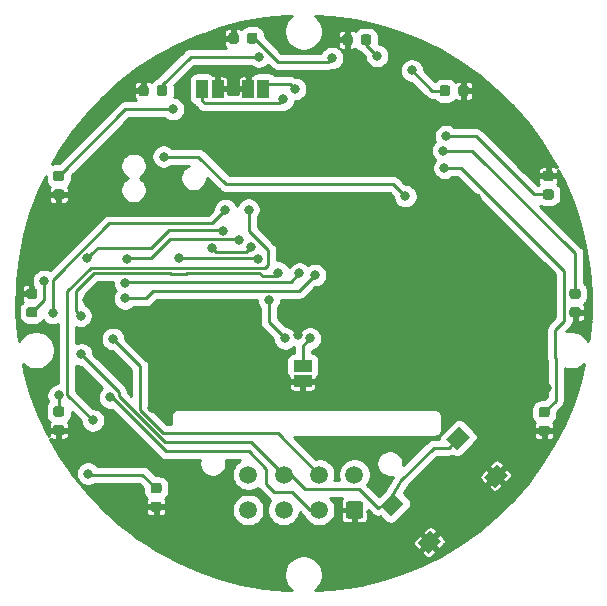
<source format=gbr>
%TF.GenerationSoftware,KiCad,Pcbnew,(5.1.10)-1*%
%TF.CreationDate,2022-01-29T15:25:58-05:00*%
%TF.ProjectId,CAN_Gauge,43414e5f-4761-4756-9765-2e6b69636164,rev?*%
%TF.SameCoordinates,Original*%
%TF.FileFunction,Copper,L2,Bot*%
%TF.FilePolarity,Positive*%
%FSLAX46Y46*%
G04 Gerber Fmt 4.6, Leading zero omitted, Abs format (unit mm)*
G04 Created by KiCad (PCBNEW (5.1.10)-1) date 2022-01-29 15:25:58*
%MOMM*%
%LPD*%
G01*
G04 APERTURE LIST*
%TA.AperFunction,SMDPad,CuDef*%
%ADD10R,1.000000X1.500000*%
%TD*%
%TA.AperFunction,SMDPad,CuDef*%
%ADD11C,0.100000*%
%TD*%
%TA.AperFunction,SMDPad,CuDef*%
%ADD12R,1.500000X1.000000*%
%TD*%
%TA.AperFunction,ComponentPad*%
%ADD13C,1.500000*%
%TD*%
%TA.AperFunction,ViaPad*%
%ADD14C,0.800000*%
%TD*%
%TA.AperFunction,ViaPad*%
%ADD15C,1.000000*%
%TD*%
%TA.AperFunction,Conductor*%
%ADD16C,0.250000*%
%TD*%
%TA.AperFunction,Conductor*%
%ADD17C,0.254000*%
%TD*%
%TA.AperFunction,Conductor*%
%ADD18C,0.100000*%
%TD*%
G04 APERTURE END LIST*
D10*
%TO.P,JP3,1*%
%TO.N,/STM/CONFIG_2*%
X124729200Y-76456400D03*
%TO.P,JP3,2*%
%TO.N,GND*%
X126029200Y-76456400D03*
%TD*%
%TO.P,JP2,1*%
%TO.N,/STM/CONFIG_1*%
X129915400Y-76456400D03*
%TO.P,JP2,2*%
%TO.N,GND*%
X128615400Y-76456400D03*
%TD*%
%TA.AperFunction,SMDPad,CuDef*%
D11*
%TO.P,SW1,2*%
%TO.N,GND*%
G36*
X144059829Y-113835713D02*
G01*
X144979068Y-114754952D01*
X143883053Y-115850967D01*
X142963814Y-114931728D01*
X144059829Y-113835713D01*
G37*
%TD.AperFunction*%
%TA.AperFunction,SMDPad,CuDef*%
%TO.P,SW1,1*%
%TO.N,BTN_IN*%
G36*
X140877848Y-110653732D02*
G01*
X141797087Y-111572971D01*
X140701072Y-112668986D01*
X139781833Y-111749747D01*
X140877848Y-110653732D01*
G37*
%TD.AperFunction*%
%TA.AperFunction,SMDPad,CuDef*%
G36*
X146499347Y-105032233D02*
G01*
X147418586Y-105951472D01*
X146322571Y-107047487D01*
X145403332Y-106128248D01*
X146499347Y-105032233D01*
G37*
%TD.AperFunction*%
%TA.AperFunction,SMDPad,CuDef*%
%TO.P,SW1,2*%
%TO.N,GND*%
G36*
X149681328Y-108214214D02*
G01*
X150600567Y-109133453D01*
X149504552Y-110229468D01*
X148585313Y-109310229D01*
X149681328Y-108214214D01*
G37*
%TD.AperFunction*%
%TD*%
D12*
%TO.P,JP1,1*%
%TO.N,/OLED/SA0*%
X133240500Y-99926000D03*
%TO.P,JP1,2*%
%TO.N,GND*%
X133240500Y-101226000D03*
%TD*%
D13*
%TO.P,J2,8*%
%TO.N,CANH*%
X128622000Y-109118000D03*
%TO.P,J2,7*%
%TO.N,BTN_IN*%
X131622000Y-109118000D03*
%TO.P,J2,6*%
%TO.N,SPARE_1*%
X134622000Y-109118000D03*
%TO.P,J2,5*%
%TO.N,12V_IN*%
X137622000Y-109118000D03*
%TO.P,J2,4*%
%TO.N,CANL*%
X128622000Y-112118000D03*
%TO.P,J2,3*%
%TO.N,+3V3*%
X131622000Y-112118000D03*
%TO.P,J2,2*%
%TO.N,SPARE_2*%
X134622000Y-112118000D03*
%TO.P,J2,1*%
%TO.N,GND*%
%TA.AperFunction,ComponentPad*%
G36*
G01*
X138372000Y-111618000D02*
X138372000Y-112618000D01*
G75*
G02*
X138122000Y-112868000I-250000J0D01*
G01*
X137122000Y-112868000D01*
G75*
G02*
X136872000Y-112618000I0J250000D01*
G01*
X136872000Y-111618000D01*
G75*
G02*
X137122000Y-111368000I250000J0D01*
G01*
X138122000Y-111368000D01*
G75*
G02*
X138372000Y-111618000I0J-250000D01*
G01*
G37*
%TD.AperFunction*%
%TD*%
%TO.P,D11,2*%
%TO.N,Net-(D11-Pad2)*%
%TA.AperFunction,SMDPad,CuDef*%
G36*
G01*
X112835479Y-104216158D02*
X112322979Y-104216158D01*
G75*
G02*
X112104229Y-103997408I0J218750D01*
G01*
X112104229Y-103559908D01*
G75*
G02*
X112322979Y-103341158I218750J0D01*
G01*
X112835479Y-103341158D01*
G75*
G02*
X113054229Y-103559908I0J-218750D01*
G01*
X113054229Y-103997408D01*
G75*
G02*
X112835479Y-104216158I-218750J0D01*
G01*
G37*
%TD.AperFunction*%
%TO.P,D11,1*%
%TO.N,GND*%
%TA.AperFunction,SMDPad,CuDef*%
G36*
G01*
X112835479Y-105791158D02*
X112322979Y-105791158D01*
G75*
G02*
X112104229Y-105572408I0J218750D01*
G01*
X112104229Y-105134908D01*
G75*
G02*
X112322979Y-104916158I218750J0D01*
G01*
X112835479Y-104916158D01*
G75*
G02*
X113054229Y-105134908I0J-218750D01*
G01*
X113054229Y-105572408D01*
G75*
G02*
X112835479Y-105791158I-218750J0D01*
G01*
G37*
%TD.AperFunction*%
%TD*%
%TO.P,D9,2*%
%TO.N,Net-(D9-Pad2)*%
%TA.AperFunction,SMDPad,CuDef*%
G36*
G01*
X110047750Y-94942000D02*
X110560250Y-94942000D01*
G75*
G02*
X110779000Y-95160750I0J-218750D01*
G01*
X110779000Y-95598250D01*
G75*
G02*
X110560250Y-95817000I-218750J0D01*
G01*
X110047750Y-95817000D01*
G75*
G02*
X109829000Y-95598250I0J218750D01*
G01*
X109829000Y-95160750D01*
G75*
G02*
X110047750Y-94942000I218750J0D01*
G01*
G37*
%TD.AperFunction*%
%TO.P,D9,1*%
%TO.N,GND*%
%TA.AperFunction,SMDPad,CuDef*%
G36*
G01*
X110047750Y-93367000D02*
X110560250Y-93367000D01*
G75*
G02*
X110779000Y-93585750I0J-218750D01*
G01*
X110779000Y-94023250D01*
G75*
G02*
X110560250Y-94242000I-218750J0D01*
G01*
X110047750Y-94242000D01*
G75*
G02*
X109829000Y-94023250I0J218750D01*
G01*
X109829000Y-93585750D01*
G75*
G02*
X110047750Y-93367000I218750J0D01*
G01*
G37*
%TD.AperFunction*%
%TD*%
%TO.P,D8,2*%
%TO.N,Net-(D8-Pad2)*%
%TA.AperFunction,SMDPad,CuDef*%
G36*
G01*
X112835479Y-84267842D02*
X112322979Y-84267842D01*
G75*
G02*
X112104229Y-84049092I0J218750D01*
G01*
X112104229Y-83611592D01*
G75*
G02*
X112322979Y-83392842I218750J0D01*
G01*
X112835479Y-83392842D01*
G75*
G02*
X113054229Y-83611592I0J-218750D01*
G01*
X113054229Y-84049092D01*
G75*
G02*
X112835479Y-84267842I-218750J0D01*
G01*
G37*
%TD.AperFunction*%
%TO.P,D8,1*%
%TO.N,GND*%
%TA.AperFunction,SMDPad,CuDef*%
G36*
G01*
X112835479Y-85842842D02*
X112322979Y-85842842D01*
G75*
G02*
X112104229Y-85624092I0J218750D01*
G01*
X112104229Y-85186592D01*
G75*
G02*
X112322979Y-84967842I218750J0D01*
G01*
X112835479Y-84967842D01*
G75*
G02*
X113054229Y-85186592I0J-218750D01*
G01*
X113054229Y-85624092D01*
G75*
G02*
X112835479Y-85842842I-218750J0D01*
G01*
G37*
%TD.AperFunction*%
%TD*%
%TO.P,D3,2*%
%TO.N,Net-(D3-Pad2)*%
%TA.AperFunction,SMDPad,CuDef*%
G36*
G01*
X153772521Y-84967842D02*
X154285021Y-84967842D01*
G75*
G02*
X154503771Y-85186592I0J-218750D01*
G01*
X154503771Y-85624092D01*
G75*
G02*
X154285021Y-85842842I-218750J0D01*
G01*
X153772521Y-85842842D01*
G75*
G02*
X153553771Y-85624092I0J218750D01*
G01*
X153553771Y-85186592D01*
G75*
G02*
X153772521Y-84967842I218750J0D01*
G01*
G37*
%TD.AperFunction*%
%TO.P,D3,1*%
%TO.N,GND*%
%TA.AperFunction,SMDPad,CuDef*%
G36*
G01*
X153772521Y-83392842D02*
X154285021Y-83392842D01*
G75*
G02*
X154503771Y-83611592I0J-218750D01*
G01*
X154503771Y-84049092D01*
G75*
G02*
X154285021Y-84267842I-218750J0D01*
G01*
X153772521Y-84267842D01*
G75*
G02*
X153553771Y-84049092I0J218750D01*
G01*
X153553771Y-83611592D01*
G75*
G02*
X153772521Y-83392842I218750J0D01*
G01*
G37*
%TD.AperFunction*%
%TD*%
%TO.P,D1,2*%
%TO.N,Net-(D1-Pad2)*%
%TA.AperFunction,SMDPad,CuDef*%
G36*
G01*
X153943750Y-104275000D02*
X153431250Y-104275000D01*
G75*
G02*
X153212500Y-104056250I0J218750D01*
G01*
X153212500Y-103618750D01*
G75*
G02*
X153431250Y-103400000I218750J0D01*
G01*
X153943750Y-103400000D01*
G75*
G02*
X154162500Y-103618750I0J-218750D01*
G01*
X154162500Y-104056250D01*
G75*
G02*
X153943750Y-104275000I-218750J0D01*
G01*
G37*
%TD.AperFunction*%
%TO.P,D1,1*%
%TO.N,GND*%
%TA.AperFunction,SMDPad,CuDef*%
G36*
G01*
X153943750Y-105850000D02*
X153431250Y-105850000D01*
G75*
G02*
X153212500Y-105631250I0J218750D01*
G01*
X153212500Y-105193750D01*
G75*
G02*
X153431250Y-104975000I218750J0D01*
G01*
X153943750Y-104975000D01*
G75*
G02*
X154162500Y-105193750I0J-218750D01*
G01*
X154162500Y-105631250D01*
G75*
G02*
X153943750Y-105850000I-218750J0D01*
G01*
G37*
%TD.AperFunction*%
%TD*%
%TO.P,D10,2*%
%TO.N,Net-(D10-Pad2)*%
%TA.AperFunction,SMDPad,CuDef*%
G36*
G01*
X121088850Y-110701200D02*
X120576350Y-110701200D01*
G75*
G02*
X120357600Y-110482450I0J218750D01*
G01*
X120357600Y-110044950D01*
G75*
G02*
X120576350Y-109826200I218750J0D01*
G01*
X121088850Y-109826200D01*
G75*
G02*
X121307600Y-110044950I0J-218750D01*
G01*
X121307600Y-110482450D01*
G75*
G02*
X121088850Y-110701200I-218750J0D01*
G01*
G37*
%TD.AperFunction*%
%TO.P,D10,1*%
%TO.N,GND*%
%TA.AperFunction,SMDPad,CuDef*%
G36*
G01*
X121088850Y-112276200D02*
X120576350Y-112276200D01*
G75*
G02*
X120357600Y-112057450I0J218750D01*
G01*
X120357600Y-111619950D01*
G75*
G02*
X120576350Y-111401200I218750J0D01*
G01*
X121088850Y-111401200D01*
G75*
G02*
X121307600Y-111619950I0J-218750D01*
G01*
X121307600Y-112057450D01*
G75*
G02*
X121088850Y-112276200I-218750J0D01*
G01*
G37*
%TD.AperFunction*%
%TD*%
%TO.P,D7,2*%
%TO.N,Net-(D7-Pad2)*%
%TA.AperFunction,SMDPad,CuDef*%
G36*
G01*
X120890500Y-76873280D02*
X120890500Y-76360780D01*
G75*
G02*
X121109250Y-76142030I218750J0D01*
G01*
X121546750Y-76142030D01*
G75*
G02*
X121765500Y-76360780I0J-218750D01*
G01*
X121765500Y-76873280D01*
G75*
G02*
X121546750Y-77092030I-218750J0D01*
G01*
X121109250Y-77092030D01*
G75*
G02*
X120890500Y-76873280I0J218750D01*
G01*
G37*
%TD.AperFunction*%
%TO.P,D7,1*%
%TO.N,GND*%
%TA.AperFunction,SMDPad,CuDef*%
G36*
G01*
X119315500Y-76873280D02*
X119315500Y-76360780D01*
G75*
G02*
X119534250Y-76142030I218750J0D01*
G01*
X119971750Y-76142030D01*
G75*
G02*
X120190500Y-76360780I0J-218750D01*
G01*
X120190500Y-76873280D01*
G75*
G02*
X119971750Y-77092030I-218750J0D01*
G01*
X119534250Y-77092030D01*
G75*
G02*
X119315500Y-76873280I0J218750D01*
G01*
G37*
%TD.AperFunction*%
%TD*%
%TO.P,D6,1*%
%TO.N,GND*%
%TA.AperFunction,SMDPad,CuDef*%
G36*
G01*
X126944248Y-72428743D02*
X126944248Y-71916243D01*
G75*
G02*
X127162998Y-71697493I218750J0D01*
G01*
X127600498Y-71697493D01*
G75*
G02*
X127819248Y-71916243I0J-218750D01*
G01*
X127819248Y-72428743D01*
G75*
G02*
X127600498Y-72647493I-218750J0D01*
G01*
X127162998Y-72647493D01*
G75*
G02*
X126944248Y-72428743I0J218750D01*
G01*
G37*
%TD.AperFunction*%
%TO.P,D6,2*%
%TO.N,Net-(D6-Pad2)*%
%TA.AperFunction,SMDPad,CuDef*%
G36*
G01*
X128519248Y-72428743D02*
X128519248Y-71916243D01*
G75*
G02*
X128737998Y-71697493I218750J0D01*
G01*
X129175498Y-71697493D01*
G75*
G02*
X129394248Y-71916243I0J-218750D01*
G01*
X129394248Y-72428743D01*
G75*
G02*
X129175498Y-72647493I-218750J0D01*
G01*
X128737998Y-72647493D01*
G75*
G02*
X128519248Y-72428743I0J218750D01*
G01*
G37*
%TD.AperFunction*%
%TD*%
%TO.P,D4,2*%
%TO.N,Net-(D4-Pad2)*%
%TA.AperFunction,SMDPad,CuDef*%
G36*
G01*
X145717500Y-76365250D02*
X145717500Y-76877750D01*
G75*
G02*
X145498750Y-77096500I-218750J0D01*
G01*
X145061250Y-77096500D01*
G75*
G02*
X144842500Y-76877750I0J218750D01*
G01*
X144842500Y-76365250D01*
G75*
G02*
X145061250Y-76146500I218750J0D01*
G01*
X145498750Y-76146500D01*
G75*
G02*
X145717500Y-76365250I0J-218750D01*
G01*
G37*
%TD.AperFunction*%
%TO.P,D4,1*%
%TO.N,GND*%
%TA.AperFunction,SMDPad,CuDef*%
G36*
G01*
X147292500Y-76365250D02*
X147292500Y-76877750D01*
G75*
G02*
X147073750Y-77096500I-218750J0D01*
G01*
X146636250Y-77096500D01*
G75*
G02*
X146417500Y-76877750I0J218750D01*
G01*
X146417500Y-76365250D01*
G75*
G02*
X146636250Y-76146500I218750J0D01*
G01*
X147073750Y-76146500D01*
G75*
G02*
X147292500Y-76365250I0J-218750D01*
G01*
G37*
%TD.AperFunction*%
%TD*%
%TO.P,D5,2*%
%TO.N,Net-(D5-Pad2)*%
%TA.AperFunction,SMDPad,CuDef*%
G36*
G01*
X138162500Y-72559750D02*
X138162500Y-72047250D01*
G75*
G02*
X138381250Y-71828500I218750J0D01*
G01*
X138818750Y-71828500D01*
G75*
G02*
X139037500Y-72047250I0J-218750D01*
G01*
X139037500Y-72559750D01*
G75*
G02*
X138818750Y-72778500I-218750J0D01*
G01*
X138381250Y-72778500D01*
G75*
G02*
X138162500Y-72559750I0J218750D01*
G01*
G37*
%TD.AperFunction*%
%TO.P,D5,1*%
%TO.N,GND*%
%TA.AperFunction,SMDPad,CuDef*%
G36*
G01*
X136587500Y-72559750D02*
X136587500Y-72047250D01*
G75*
G02*
X136806250Y-71828500I218750J0D01*
G01*
X137243750Y-71828500D01*
G75*
G02*
X137462500Y-72047250I0J-218750D01*
G01*
X137462500Y-72559750D01*
G75*
G02*
X137243750Y-72778500I-218750J0D01*
G01*
X136806250Y-72778500D01*
G75*
G02*
X136587500Y-72559750I0J218750D01*
G01*
G37*
%TD.AperFunction*%
%TD*%
%TO.P,D2,2*%
%TO.N,Net-(D2-Pad2)*%
%TA.AperFunction,SMDPad,CuDef*%
G36*
G01*
X156560250Y-94242000D02*
X156047750Y-94242000D01*
G75*
G02*
X155829000Y-94023250I0J218750D01*
G01*
X155829000Y-93585750D01*
G75*
G02*
X156047750Y-93367000I218750J0D01*
G01*
X156560250Y-93367000D01*
G75*
G02*
X156779000Y-93585750I0J-218750D01*
G01*
X156779000Y-94023250D01*
G75*
G02*
X156560250Y-94242000I-218750J0D01*
G01*
G37*
%TD.AperFunction*%
%TO.P,D2,1*%
%TO.N,GND*%
%TA.AperFunction,SMDPad,CuDef*%
G36*
G01*
X156560250Y-95817000D02*
X156047750Y-95817000D01*
G75*
G02*
X155829000Y-95598250I0J218750D01*
G01*
X155829000Y-95160750D01*
G75*
G02*
X156047750Y-94942000I218750J0D01*
G01*
X156560250Y-94942000D01*
G75*
G02*
X156779000Y-95160750I0J-218750D01*
G01*
X156779000Y-95598250D01*
G75*
G02*
X156560250Y-95817000I-218750J0D01*
G01*
G37*
%TD.AperFunction*%
%TD*%
D14*
%TO.N,GND*%
X142028900Y-84279600D03*
X157383200Y-96166800D03*
X122915400Y-116131200D03*
X136199600Y-94249100D03*
X125176000Y-95125400D03*
X154284400Y-95481000D03*
X120477000Y-103507400D03*
X118445000Y-100434000D03*
X115016000Y-94338000D03*
X145419800Y-85575000D03*
X122540740Y-110879740D03*
X145902400Y-97233600D03*
X138384000Y-118188600D03*
X142778200Y-116791600D03*
X148823400Y-112422800D03*
X153166800Y-107698400D03*
X153255700Y-99646600D03*
X153928800Y-101754800D03*
D15*
X147934400Y-85778200D03*
D14*
X119867400Y-81765000D03*
X123785350Y-98027350D03*
X143648150Y-97582850D03*
X135602700Y-97792400D03*
X132872200Y-97335200D03*
X137101300Y-97462200D03*
X138754000Y-97527402D03*
X138955496Y-90743900D03*
X130598900Y-88597600D03*
X128797126Y-80175667D03*
X133405600Y-78805900D03*
%TO.N,Net-(D2-Pad2)*%
X145140400Y-81688800D03*
%TO.N,Net-(D4-Pad2)*%
X142486100Y-74894300D03*
%TO.N,Net-(D6-Pad2)*%
X135717000Y-73865600D03*
%TO.N,Net-(D7-Pad2)*%
X129532100Y-73725900D03*
%TO.N,Net-(D3-Pad2)*%
X145394400Y-80469600D03*
%TO.N,Net-(D5-Pad2)*%
X139552400Y-73675100D03*
%TO.N,Net-(D10-Pad2)*%
X115066800Y-109044600D03*
%TO.N,Net-(D1-Pad2)*%
X145242000Y-83162000D03*
%TO.N,Net-(D8-Pad2)*%
X122255000Y-78183600D03*
%TO.N,Net-(D9-Pad2)*%
X111333000Y-92737800D03*
%TO.N,Net-(D11-Pad2)*%
X112577600Y-102415200D03*
%TO.N,/OLED/SA0*%
X133853991Y-97598009D03*
%TO.N,SWCLK*%
X129494000Y-90845500D03*
X122737600Y-90782000D03*
%TO.N,NRST*%
X121467600Y-82196802D03*
X141927300Y-85549600D03*
%TO.N,SWDIO*%
X128859613Y-89893789D03*
X125557000Y-89919510D03*
%TO.N,BTN_IN*%
X114482600Y-98935400D03*
%TO.N,SPARE_1*%
X117175000Y-97640000D03*
%TO.N,SPARE_2*%
X116923000Y-102591000D03*
%TO.N,USER_INPUT*%
X114431800Y-95684200D03*
X131170400Y-92013900D03*
%TO.N,SPARE_2_IN*%
X118191000Y-94211000D03*
X134269200Y-92229800D03*
%TO.N,SPARE_1_IN*%
X118191000Y-92867011D03*
X132961100Y-92090100D03*
%TO.N,I2C1_SCL*%
X131754000Y-97588600D03*
X130383000Y-94301010D03*
%TO.N,LED9*%
X126700000Y-86718000D03*
X112107700Y-95455600D03*
%TO.N,LED10*%
X115473200Y-104523400D03*
X128663905Y-86683610D03*
%TO.N,CAN_TX*%
X118367376Y-90869790D03*
X127808308Y-89293868D03*
%TO.N,CAN_RX*%
X115016000Y-90782000D03*
X126522200Y-88457900D03*
%TO.N,/STM/CONFIG_1*%
X132592800Y-76469100D03*
%TO.N,/STM/CONFIG_2*%
X131589498Y-77358100D03*
%TD*%
D16*
%TO.N,Net-(D2-Pad2)*%
X156316400Y-90401000D02*
X156316400Y-93855400D01*
X147604200Y-81688800D02*
X156316400Y-90401000D01*
X145140400Y-81688800D02*
X147604200Y-81688800D01*
D17*
%TO.N,Net-(D4-Pad2)*%
X144213300Y-76621500D02*
X142486100Y-74894300D01*
X145280000Y-76621500D02*
X144213300Y-76621500D01*
D16*
%TO.N,Net-(D6-Pad2)*%
X135412200Y-74170400D02*
X135717000Y-73865600D01*
X131119600Y-74170400D02*
X135412200Y-74170400D01*
X129121693Y-72172493D02*
X131119600Y-74170400D01*
X128956748Y-72172493D02*
X129121693Y-72172493D01*
%TO.N,Net-(D7-Pad2)*%
X121328000Y-76617030D02*
X121328000Y-76142030D01*
X121328000Y-76142030D02*
X123744130Y-73725900D01*
X123744130Y-73725900D02*
X129532100Y-73725900D01*
%TO.N,Net-(D3-Pad2)*%
X147909000Y-80469600D02*
X145394400Y-80469600D01*
X152844742Y-85405342D02*
X147909000Y-80469600D01*
X154028771Y-85405342D02*
X152844742Y-85405342D01*
%TO.N,Net-(D5-Pad2)*%
X138600000Y-72303500D02*
X138600000Y-72722700D01*
X138600000Y-72722700D02*
X139552400Y-73675100D01*
%TO.N,Net-(D10-Pad2)*%
X115143000Y-109120800D02*
X115066800Y-109044600D01*
X119676900Y-109120800D02*
X115143000Y-109120800D01*
X120845300Y-110289200D02*
X119676900Y-109120800D01*
%TO.N,Net-(D1-Pad2)*%
X155339601Y-96133801D02*
X155339601Y-91862601D01*
X154629577Y-96843825D02*
X155339601Y-96133801D01*
X154629577Y-99221909D02*
X154629577Y-96843825D01*
X154653801Y-99246133D02*
X154629577Y-99221909D01*
X154653801Y-102871199D02*
X154653801Y-99246133D01*
X153687500Y-103837500D02*
X154653801Y-102871199D01*
X146639000Y-83162000D02*
X145242000Y-83162000D01*
X155339601Y-91862601D02*
X146639000Y-83162000D01*
%TO.N,Net-(D8-Pad2)*%
X118225971Y-78183600D02*
X112579229Y-83830342D01*
X122255000Y-78183600D02*
X118225971Y-78183600D01*
D17*
%TO.N,Net-(D9-Pad2)*%
X110304000Y-95379500D02*
X111333000Y-94350500D01*
X111333000Y-94350500D02*
X111333000Y-92737800D01*
X111333000Y-92737800D02*
X111333000Y-92737800D01*
D16*
%TO.N,Net-(D11-Pad2)*%
X112665571Y-103865000D02*
X112579229Y-103778658D01*
X112579229Y-102416829D02*
X112577600Y-102415200D01*
X112579229Y-103778658D02*
X112579229Y-102416829D01*
%TO.N,/OLED/SA0*%
X133240500Y-99926000D02*
X133240500Y-98211500D01*
X133240500Y-98211500D02*
X133853991Y-97598009D01*
%TO.N,SWCLK*%
X123303285Y-90782000D02*
X122737600Y-90782000D01*
X129240000Y-90782000D02*
X123303285Y-90782000D01*
X129367000Y-90655000D02*
X129240000Y-90782000D01*
%TO.N,NRST*%
X124414002Y-82196802D02*
X121467600Y-82196802D01*
D17*
X126763500Y-84546300D02*
X124414002Y-82196802D01*
X140924000Y-84546300D02*
X126763500Y-84546300D01*
X141927300Y-85549600D02*
X140924000Y-84546300D01*
D16*
%TO.N,SWDIO*%
X125557000Y-89893000D02*
X125557000Y-89893000D01*
X128859613Y-89893789D02*
X128459614Y-90293788D01*
X128459614Y-90293788D02*
X125931278Y-90293788D01*
X125931278Y-90293788D02*
X125557000Y-89919510D01*
%TO.N,BTN_IN*%
X145623000Y-106834800D02*
X146486600Y-105971200D01*
X144340721Y-106834800D02*
X145623000Y-106834800D01*
X140492200Y-111457600D02*
X141584955Y-109577445D01*
X139614924Y-111926524D02*
X140492200Y-111457600D01*
X141584955Y-109577445D02*
X144327045Y-106835355D01*
X138028400Y-110340000D02*
X139614924Y-111926524D01*
X133456400Y-110340000D02*
X138028400Y-110340000D01*
X132234400Y-109118000D02*
X133456400Y-110340000D01*
X131622000Y-109118000D02*
X132234400Y-109118000D01*
X117648001Y-102100801D02*
X114482600Y-98935400D01*
X117648001Y-102480391D02*
X117648001Y-102100801D01*
X121545210Y-106377600D02*
X117648001Y-102480391D01*
X128881600Y-106377600D02*
X121545210Y-106377600D01*
X131622000Y-109118000D02*
X128881600Y-106377600D01*
%TO.N,SPARE_1*%
X131139010Y-105635010D02*
X134622000Y-109118000D01*
X121439030Y-105635010D02*
X131139010Y-105635010D01*
X119486400Y-103682380D02*
X121439030Y-105635010D01*
X119486400Y-99951400D02*
X119486400Y-103682380D01*
X117175000Y-97640000D02*
X119486400Y-99951400D01*
%TO.N,SPARE_2*%
X133862800Y-112118000D02*
X134622000Y-112118000D01*
X132338800Y-110594000D02*
X133862800Y-112118000D01*
X130827500Y-110594000D02*
X132338800Y-110594000D01*
X130129000Y-109895500D02*
X130827500Y-110594000D01*
X128668500Y-107165000D02*
X130129000Y-108625500D01*
X121696200Y-107165000D02*
X128668500Y-107165000D01*
X116923000Y-102591000D02*
X117122200Y-102591000D01*
X130129000Y-108625500D02*
X130129000Y-109895500D01*
X117122200Y-102591000D02*
X121696200Y-107165000D01*
%TO.N,USER_INPUT*%
X129563998Y-92052000D02*
X123431013Y-92052000D01*
X129844499Y-92332501D02*
X129563998Y-92052000D01*
X121993387Y-92052000D02*
X115574800Y-92052000D01*
X115574800Y-92052000D02*
X114031801Y-93594999D01*
X114031801Y-93594999D02*
X114031801Y-95284201D01*
X122050799Y-92109412D02*
X121993387Y-92052000D01*
X114031801Y-95284201D02*
X114431800Y-95684200D01*
X131145000Y-92052000D02*
X130864499Y-92332501D01*
X130864499Y-92332501D02*
X129844499Y-92332501D01*
X123373601Y-92109412D02*
X122050799Y-92109412D01*
X123431013Y-92052000D02*
X123373601Y-92109412D01*
%TO.N,SPARE_2_IN*%
X119969000Y-94185600D02*
X120578600Y-93576000D01*
X118216400Y-94185600D02*
X119969000Y-94185600D01*
X118191000Y-94211000D02*
X118216400Y-94185600D01*
X120578600Y-93576000D02*
X132732494Y-93576000D01*
D17*
X132732494Y-93576000D02*
X132923000Y-93576000D01*
X132923000Y-93576000D02*
X134269200Y-92229800D01*
X134269200Y-92229800D02*
X134269200Y-92229800D01*
D16*
%TO.N,SPARE_1_IN*%
X131970500Y-92814000D02*
X131769935Y-92814000D01*
X131970500Y-92814000D02*
X118244011Y-92814000D01*
X118244011Y-92814000D02*
X118191000Y-92867011D01*
D17*
X131970500Y-92814000D02*
X132237200Y-92814000D01*
X132237200Y-92814000D02*
X132961100Y-92090100D01*
X132961100Y-92090100D02*
X132961100Y-92090100D01*
D16*
%TO.N,I2C1_SCL*%
X130383000Y-96217600D02*
X130383000Y-94301010D01*
X131754000Y-97588600D02*
X130383000Y-96217600D01*
%TO.N,LED9*%
X125557000Y-87861000D02*
X116863998Y-87861000D01*
X126700000Y-86718000D02*
X125557000Y-87861000D01*
D17*
X112107700Y-92617298D02*
X112504649Y-92220349D01*
X112107700Y-95455600D02*
X112107700Y-92617298D01*
D16*
X112504649Y-92220349D02*
X112349000Y-92375998D01*
X116863998Y-87861000D02*
X112504649Y-92220349D01*
%TO.N,LED10*%
X123251802Y-91594800D02*
X123187201Y-91659401D01*
X113314200Y-102364400D02*
X115473200Y-104523400D01*
X115320800Y-91594800D02*
X113314200Y-93601400D01*
X122172598Y-91594800D02*
X115320800Y-91594800D01*
X130129000Y-91544000D02*
X130078200Y-91594800D01*
X130078200Y-91594800D02*
X123251802Y-91594800D01*
X113314200Y-93601400D02*
X113314200Y-102364400D01*
X122237199Y-91659401D02*
X122172598Y-91594800D01*
X123187201Y-91659401D02*
X122237199Y-91659401D01*
D17*
X128663905Y-88466005D02*
X128663905Y-86683610D01*
X130319500Y-90121600D02*
X128663905Y-88466005D01*
X130319500Y-91353500D02*
X130319500Y-90121600D01*
X130129000Y-91544000D02*
X130319500Y-91353500D01*
D16*
%TO.N,CAN_TX*%
X118429766Y-90807400D02*
X118367376Y-90869790D01*
X120407004Y-90807400D02*
X118429766Y-90807400D01*
X122019904Y-89194500D02*
X120407004Y-90807400D01*
X127525500Y-89194500D02*
X122019904Y-89194500D01*
%TO.N,CAN_RX*%
X115016000Y-90782000D02*
X115016000Y-90782000D01*
X115879600Y-89918400D02*
X115415999Y-90382001D01*
X120397395Y-89918400D02*
X115879600Y-89918400D01*
X121888805Y-88426990D02*
X120397395Y-89918400D01*
X115415999Y-90382001D02*
X115016000Y-90782000D01*
X126642010Y-88426990D02*
X121888805Y-88426990D01*
X126700000Y-88369000D02*
X126611100Y-88369000D01*
X126611100Y-88369000D02*
X126522200Y-88457900D01*
D17*
%TO.N,/STM/CONFIG_1*%
X132192801Y-76069101D02*
X132592800Y-76469100D01*
X130302699Y-76069101D02*
X132192801Y-76069101D01*
X129915400Y-76456400D02*
X130302699Y-76069101D01*
%TO.N,/STM/CONFIG_2*%
X131259298Y-77688300D02*
X131589498Y-77358100D01*
X124729200Y-77460400D02*
X124957100Y-77688300D01*
X124957100Y-77688300D02*
X131259298Y-77688300D01*
X124729200Y-76456400D02*
X124729200Y-77460400D01*
%TD*%
%TO.N,GND*%
X132261748Y-70322013D02*
X132034013Y-70549748D01*
X131855082Y-70817537D01*
X131731832Y-71115088D01*
X131669000Y-71430967D01*
X131669000Y-71753033D01*
X131731832Y-72068912D01*
X131855082Y-72366463D01*
X132034013Y-72634252D01*
X132261748Y-72861987D01*
X132529537Y-73040918D01*
X132827088Y-73164168D01*
X133142967Y-73227000D01*
X133465033Y-73227000D01*
X133780912Y-73164168D01*
X134078463Y-73040918D01*
X134346252Y-72861987D01*
X134573987Y-72634252D01*
X134752918Y-72366463D01*
X134876168Y-72068912D01*
X134923988Y-71828500D01*
X136208676Y-71828500D01*
X136210500Y-72086250D01*
X136304750Y-72180500D01*
X136902000Y-72180500D01*
X136902000Y-71545750D01*
X137148000Y-71545750D01*
X137148000Y-72180500D01*
X137168000Y-72180500D01*
X137168000Y-72426500D01*
X137148000Y-72426500D01*
X137148000Y-73061250D01*
X137242250Y-73155500D01*
X137462500Y-73157324D01*
X137536405Y-73150045D01*
X137607470Y-73128488D01*
X137672963Y-73093481D01*
X137698791Y-73072284D01*
X137775385Y-73165615D01*
X137905225Y-73272171D01*
X138053358Y-73351350D01*
X138197606Y-73395107D01*
X138517400Y-73714901D01*
X138517400Y-73777039D01*
X138557174Y-73976998D01*
X138635195Y-74165356D01*
X138748463Y-74334874D01*
X138892626Y-74479037D01*
X139062144Y-74592305D01*
X139250502Y-74670326D01*
X139450461Y-74710100D01*
X139654339Y-74710100D01*
X139854298Y-74670326D01*
X140042656Y-74592305D01*
X140212174Y-74479037D01*
X140356337Y-74334874D01*
X140469605Y-74165356D01*
X140547626Y-73976998D01*
X140587400Y-73777039D01*
X140587400Y-73573161D01*
X140547626Y-73373202D01*
X140469605Y-73184844D01*
X140356337Y-73015326D01*
X140212174Y-72871163D01*
X140042656Y-72757895D01*
X139854298Y-72679874D01*
X139667402Y-72642698D01*
X139675572Y-72559750D01*
X139675572Y-72047250D01*
X139659108Y-71880092D01*
X139610350Y-71719358D01*
X139531171Y-71571225D01*
X139424615Y-71441385D01*
X139294775Y-71334829D01*
X139146642Y-71255650D01*
X138985908Y-71206892D01*
X138818750Y-71190428D01*
X138381250Y-71190428D01*
X138214092Y-71206892D01*
X138053358Y-71255650D01*
X137905225Y-71334829D01*
X137775385Y-71441385D01*
X137698791Y-71534716D01*
X137672963Y-71513519D01*
X137607470Y-71478512D01*
X137536405Y-71456955D01*
X137462500Y-71449676D01*
X137242250Y-71451500D01*
X137148000Y-71545750D01*
X136902000Y-71545750D01*
X136807750Y-71451500D01*
X136587500Y-71449676D01*
X136513595Y-71456955D01*
X136442530Y-71478512D01*
X136377037Y-71513519D01*
X136319631Y-71560631D01*
X136272519Y-71618037D01*
X136237512Y-71683530D01*
X136215955Y-71754595D01*
X136208676Y-71828500D01*
X134923988Y-71828500D01*
X134939000Y-71753033D01*
X134939000Y-71430967D01*
X134876168Y-71115088D01*
X134752918Y-70817537D01*
X134573987Y-70549748D01*
X134346252Y-70322013D01*
X134293893Y-70287028D01*
X135719837Y-70372187D01*
X137636469Y-70640689D01*
X139525709Y-71060618D01*
X141375613Y-71629320D01*
X143174486Y-72343200D01*
X144910955Y-73197744D01*
X146574041Y-74187549D01*
X148153229Y-75306358D01*
X149638536Y-76547097D01*
X151020570Y-77901921D01*
X152290595Y-79362265D01*
X153440580Y-80918897D01*
X154463255Y-82561975D01*
X154741622Y-83100338D01*
X154714234Y-83077861D01*
X154648741Y-83042854D01*
X154577676Y-83021297D01*
X154503771Y-83014018D01*
X154246021Y-83015842D01*
X154151771Y-83110092D01*
X154151771Y-83707342D01*
X154786521Y-83707342D01*
X154880771Y-83613092D01*
X154882595Y-83392842D01*
X154880178Y-83368306D01*
X155352155Y-84281110D01*
X156101659Y-86065434D01*
X156707029Y-87903666D01*
X157164438Y-89784183D01*
X157470993Y-91695097D01*
X157624757Y-93624326D01*
X157624757Y-95559674D01*
X157470993Y-97488903D01*
X157414852Y-97838860D01*
X157403496Y-97811445D01*
X157224565Y-97543656D01*
X156996830Y-97315921D01*
X156729041Y-97136990D01*
X156431490Y-97013740D01*
X156115611Y-96950908D01*
X155793545Y-96950908D01*
X155548566Y-96999637D01*
X155850605Y-96697599D01*
X155879602Y-96673802D01*
X155974575Y-96558077D01*
X156045147Y-96426048D01*
X156088604Y-96282787D01*
X156098507Y-96182243D01*
X156181000Y-96099750D01*
X156181000Y-95502500D01*
X156427000Y-95502500D01*
X156427000Y-96099750D01*
X156521250Y-96194000D01*
X156779000Y-96195824D01*
X156852905Y-96188545D01*
X156923970Y-96166988D01*
X156989463Y-96131981D01*
X157046869Y-96084869D01*
X157093981Y-96027463D01*
X157128988Y-95961970D01*
X157150545Y-95890905D01*
X157157824Y-95817000D01*
X157156000Y-95596750D01*
X157061750Y-95502500D01*
X156427000Y-95502500D01*
X156181000Y-95502500D01*
X156161000Y-95502500D01*
X156161000Y-95256500D01*
X156181000Y-95256500D01*
X156181000Y-95236500D01*
X156427000Y-95236500D01*
X156427000Y-95256500D01*
X157061750Y-95256500D01*
X157156000Y-95162250D01*
X157157824Y-94942000D01*
X157150545Y-94868095D01*
X157128988Y-94797030D01*
X157093981Y-94731537D01*
X157072784Y-94705709D01*
X157166115Y-94629115D01*
X157272671Y-94499275D01*
X157351850Y-94351142D01*
X157400608Y-94190408D01*
X157417072Y-94023250D01*
X157417072Y-93585750D01*
X157400608Y-93418592D01*
X157351850Y-93257858D01*
X157272671Y-93109725D01*
X157166115Y-92979885D01*
X157076400Y-92906258D01*
X157076400Y-90438322D01*
X157080076Y-90400999D01*
X157076400Y-90363676D01*
X157076400Y-90363667D01*
X157065403Y-90252014D01*
X157021946Y-90108753D01*
X156951374Y-89976724D01*
X156924110Y-89943503D01*
X156880199Y-89889996D01*
X156880195Y-89889992D01*
X156856401Y-89860999D01*
X156827409Y-89837206D01*
X153361416Y-86371213D01*
X153444629Y-86415692D01*
X153605363Y-86464450D01*
X153772521Y-86480914D01*
X154285021Y-86480914D01*
X154452179Y-86464450D01*
X154612913Y-86415692D01*
X154761046Y-86336513D01*
X154890886Y-86229957D01*
X154997442Y-86100117D01*
X155076621Y-85951984D01*
X155125379Y-85791250D01*
X155141843Y-85624092D01*
X155141843Y-85186592D01*
X155125379Y-85019434D01*
X155076621Y-84858700D01*
X154997442Y-84710567D01*
X154890886Y-84580727D01*
X154797555Y-84504133D01*
X154818752Y-84478305D01*
X154853759Y-84412812D01*
X154875316Y-84341747D01*
X154882595Y-84267842D01*
X154880771Y-84047592D01*
X154786521Y-83953342D01*
X154151771Y-83953342D01*
X154151771Y-83973342D01*
X153905771Y-83973342D01*
X153905771Y-83953342D01*
X153271021Y-83953342D01*
X153176771Y-84047592D01*
X153174947Y-84267842D01*
X153182226Y-84341747D01*
X153203783Y-84412812D01*
X153238790Y-84478305D01*
X153259987Y-84504133D01*
X153166656Y-84580727D01*
X153134325Y-84620123D01*
X151907044Y-83392842D01*
X153174947Y-83392842D01*
X153176771Y-83613092D01*
X153271021Y-83707342D01*
X153905771Y-83707342D01*
X153905771Y-83110092D01*
X153811521Y-83015842D01*
X153553771Y-83014018D01*
X153479866Y-83021297D01*
X153408801Y-83042854D01*
X153343308Y-83077861D01*
X153285902Y-83124973D01*
X153238790Y-83182379D01*
X153203783Y-83247872D01*
X153182226Y-83318937D01*
X153174947Y-83392842D01*
X151907044Y-83392842D01*
X148472804Y-79958603D01*
X148449001Y-79929599D01*
X148333276Y-79834626D01*
X148201247Y-79764054D01*
X148057986Y-79720597D01*
X147946333Y-79709600D01*
X147946322Y-79709600D01*
X147909000Y-79705924D01*
X147871678Y-79709600D01*
X146098111Y-79709600D01*
X146054174Y-79665663D01*
X145884656Y-79552395D01*
X145696298Y-79474374D01*
X145496339Y-79434600D01*
X145292461Y-79434600D01*
X145092502Y-79474374D01*
X144904144Y-79552395D01*
X144734626Y-79665663D01*
X144590463Y-79809826D01*
X144477195Y-79979344D01*
X144399174Y-80167702D01*
X144359400Y-80367661D01*
X144359400Y-80571539D01*
X144399174Y-80771498D01*
X144456235Y-80909254D01*
X144336463Y-81029026D01*
X144223195Y-81198544D01*
X144145174Y-81386902D01*
X144105400Y-81586861D01*
X144105400Y-81790739D01*
X144145174Y-81990698D01*
X144223195Y-82179056D01*
X144336463Y-82348574D01*
X144464089Y-82476200D01*
X144438063Y-82502226D01*
X144324795Y-82671744D01*
X144246774Y-82860102D01*
X144207000Y-83060061D01*
X144207000Y-83263939D01*
X144246774Y-83463898D01*
X144324795Y-83652256D01*
X144438063Y-83821774D01*
X144582226Y-83965937D01*
X144751744Y-84079205D01*
X144940102Y-84157226D01*
X145140061Y-84197000D01*
X145343939Y-84197000D01*
X145543898Y-84157226D01*
X145732256Y-84079205D01*
X145901774Y-83965937D01*
X145945711Y-83922000D01*
X146324199Y-83922000D01*
X154579602Y-92177404D01*
X154579601Y-95818999D01*
X154118575Y-96280026D01*
X154089577Y-96303824D01*
X154065779Y-96332822D01*
X154065778Y-96332823D01*
X153994603Y-96419549D01*
X153924031Y-96551579D01*
X153908917Y-96601405D01*
X153884833Y-96680804D01*
X153880575Y-96694840D01*
X153865901Y-96843825D01*
X153869578Y-96881157D01*
X153869577Y-99184586D01*
X153865901Y-99221909D01*
X153869577Y-99259231D01*
X153869577Y-99259241D01*
X153880574Y-99370894D01*
X153893802Y-99414501D01*
X153893801Y-102556397D01*
X153688270Y-102761928D01*
X153431250Y-102761928D01*
X153264092Y-102778392D01*
X153103358Y-102827150D01*
X152955225Y-102906329D01*
X152825385Y-103012885D01*
X152718829Y-103142725D01*
X152639650Y-103290858D01*
X152590892Y-103451592D01*
X152574428Y-103618750D01*
X152574428Y-104056250D01*
X152590892Y-104223408D01*
X152639650Y-104384142D01*
X152718829Y-104532275D01*
X152825385Y-104662115D01*
X152918716Y-104738709D01*
X152897519Y-104764537D01*
X152862512Y-104830030D01*
X152840955Y-104901095D01*
X152833676Y-104975000D01*
X152835500Y-105195250D01*
X152929750Y-105289500D01*
X153564500Y-105289500D01*
X153564500Y-105269500D01*
X153810500Y-105269500D01*
X153810500Y-105289500D01*
X154445250Y-105289500D01*
X154539500Y-105195250D01*
X154541324Y-104975000D01*
X154534045Y-104901095D01*
X154512488Y-104830030D01*
X154477481Y-104764537D01*
X154456284Y-104738709D01*
X154549615Y-104662115D01*
X154656171Y-104532275D01*
X154735350Y-104384142D01*
X154784108Y-104223408D01*
X154800572Y-104056250D01*
X154800572Y-103799230D01*
X155164805Y-103434997D01*
X155193802Y-103411200D01*
X155220133Y-103379116D01*
X155288775Y-103295476D01*
X155359347Y-103163446D01*
X155359347Y-103163445D01*
X155402804Y-103020185D01*
X155413801Y-102908532D01*
X155413801Y-102908522D01*
X155417477Y-102871199D01*
X155413801Y-102833877D01*
X155413801Y-100131622D01*
X155477666Y-100158076D01*
X155793545Y-100220908D01*
X156115611Y-100220908D01*
X156431490Y-100158076D01*
X156729041Y-100034826D01*
X156996830Y-99855895D01*
X157071719Y-99781006D01*
X156707029Y-101280334D01*
X156101659Y-103118566D01*
X155352155Y-104902890D01*
X154463255Y-106622025D01*
X153440580Y-108265103D01*
X152290595Y-109821735D01*
X151020570Y-111282079D01*
X149638536Y-112636903D01*
X148153229Y-113877642D01*
X146574041Y-114996451D01*
X144910955Y-115986256D01*
X143174486Y-116840800D01*
X141375613Y-117554680D01*
X139525709Y-118123382D01*
X137636469Y-118543311D01*
X135719837Y-118811813D01*
X134293893Y-118896972D01*
X134346252Y-118861987D01*
X134573987Y-118634252D01*
X134752918Y-118366463D01*
X134876168Y-118068912D01*
X134939000Y-117753033D01*
X134939000Y-117430967D01*
X134876168Y-117115088D01*
X134752918Y-116817537D01*
X134573987Y-116549748D01*
X134346252Y-116322013D01*
X134078463Y-116143082D01*
X133780912Y-116019832D01*
X133465033Y-115957000D01*
X133142967Y-115957000D01*
X132827088Y-116019832D01*
X132529537Y-116143082D01*
X132261748Y-116322013D01*
X132034013Y-116549748D01*
X131855082Y-116817537D01*
X131731832Y-117115088D01*
X131669000Y-117430967D01*
X131669000Y-117753033D01*
X131731832Y-118068912D01*
X131855082Y-118366463D01*
X132034013Y-118634252D01*
X132261748Y-118861987D01*
X132315508Y-118897908D01*
X131852968Y-118888710D01*
X129927177Y-118696619D01*
X128022736Y-118352131D01*
X126151684Y-117857425D01*
X124325852Y-117215626D01*
X122556783Y-116430794D01*
X121169684Y-115678256D01*
X143310473Y-115678256D01*
X143310473Y-115811546D01*
X143615184Y-116118836D01*
X143672589Y-116165948D01*
X143738083Y-116200955D01*
X143809147Y-116222512D01*
X143883053Y-116229791D01*
X143956958Y-116222512D01*
X144028022Y-116200955D01*
X144093516Y-116165948D01*
X144150922Y-116118836D01*
X144544021Y-115723158D01*
X144544021Y-115589868D01*
X143971441Y-115017288D01*
X143310473Y-115678256D01*
X121169684Y-115678256D01*
X120855660Y-115507890D01*
X119969735Y-114931728D01*
X142584990Y-114931728D01*
X142592269Y-115005634D01*
X142613826Y-115076698D01*
X142648833Y-115142192D01*
X142695945Y-115199597D01*
X143003235Y-115504308D01*
X143136525Y-115504308D01*
X143797493Y-114843340D01*
X144145389Y-114843340D01*
X144717969Y-115415920D01*
X144851259Y-115415920D01*
X145246937Y-115022821D01*
X145294049Y-114965415D01*
X145329056Y-114899921D01*
X145350613Y-114828857D01*
X145357892Y-114754952D01*
X145350613Y-114681046D01*
X145329056Y-114609982D01*
X145294049Y-114544488D01*
X145246937Y-114487083D01*
X144939647Y-114182372D01*
X144806357Y-114182372D01*
X144145389Y-114843340D01*
X143797493Y-114843340D01*
X143224913Y-114270760D01*
X143091623Y-114270760D01*
X142695945Y-114663859D01*
X142648833Y-114721265D01*
X142613826Y-114786759D01*
X142592269Y-114857823D01*
X142584990Y-114931728D01*
X119969735Y-114931728D01*
X119233241Y-114452749D01*
X118597852Y-113963522D01*
X143398861Y-113963522D01*
X143398861Y-114096812D01*
X143971441Y-114669392D01*
X144632409Y-114008424D01*
X144632409Y-113875134D01*
X144327698Y-113567844D01*
X144270293Y-113520732D01*
X144204799Y-113485725D01*
X144133735Y-113464168D01*
X144059829Y-113456889D01*
X143985924Y-113464168D01*
X143914860Y-113485725D01*
X143849366Y-113520732D01*
X143791960Y-113567844D01*
X143398861Y-113963522D01*
X118597852Y-113963522D01*
X117699781Y-113272041D01*
X116599667Y-112276200D01*
X119978776Y-112276200D01*
X119986055Y-112350105D01*
X120007612Y-112421170D01*
X120042619Y-112486663D01*
X120089731Y-112544069D01*
X120147137Y-112591181D01*
X120212630Y-112626188D01*
X120283695Y-112647745D01*
X120357600Y-112655024D01*
X120615350Y-112653200D01*
X120709600Y-112558950D01*
X120709600Y-111961700D01*
X120955600Y-111961700D01*
X120955600Y-112558950D01*
X121049850Y-112653200D01*
X121307600Y-112655024D01*
X121381505Y-112647745D01*
X121452570Y-112626188D01*
X121518063Y-112591181D01*
X121575469Y-112544069D01*
X121622581Y-112486663D01*
X121657588Y-112421170D01*
X121679145Y-112350105D01*
X121686424Y-112276200D01*
X121684600Y-112055950D01*
X121610239Y-111981589D01*
X127237000Y-111981589D01*
X127237000Y-112254411D01*
X127290225Y-112521989D01*
X127394629Y-112774043D01*
X127546201Y-113000886D01*
X127739114Y-113193799D01*
X127965957Y-113345371D01*
X128218011Y-113449775D01*
X128485589Y-113503000D01*
X128758411Y-113503000D01*
X129025989Y-113449775D01*
X129278043Y-113345371D01*
X129504886Y-113193799D01*
X129697799Y-113000886D01*
X129849371Y-112774043D01*
X129953775Y-112521989D01*
X130007000Y-112254411D01*
X130007000Y-111981589D01*
X129953775Y-111714011D01*
X129849371Y-111461957D01*
X129697799Y-111235114D01*
X129504886Y-111042201D01*
X129278043Y-110890629D01*
X129025989Y-110786225D01*
X128758411Y-110733000D01*
X128485589Y-110733000D01*
X128218011Y-110786225D01*
X127965957Y-110890629D01*
X127739114Y-111042201D01*
X127546201Y-111235114D01*
X127394629Y-111461957D01*
X127290225Y-111714011D01*
X127237000Y-111981589D01*
X121610239Y-111981589D01*
X121590350Y-111961700D01*
X120955600Y-111961700D01*
X120709600Y-111961700D01*
X120074850Y-111961700D01*
X119980600Y-112055950D01*
X119978776Y-112276200D01*
X116599667Y-112276200D01*
X116264976Y-111973233D01*
X114937897Y-110564535D01*
X113726935Y-109054853D01*
X113650755Y-108942661D01*
X114031800Y-108942661D01*
X114031800Y-109146539D01*
X114071574Y-109346498D01*
X114149595Y-109534856D01*
X114262863Y-109704374D01*
X114407026Y-109848537D01*
X114576544Y-109961805D01*
X114764902Y-110039826D01*
X114964861Y-110079600D01*
X115168739Y-110079600D01*
X115368698Y-110039826D01*
X115557056Y-109961805D01*
X115678289Y-109880800D01*
X119362099Y-109880800D01*
X119719528Y-110238229D01*
X119719528Y-110482450D01*
X119735992Y-110649608D01*
X119784750Y-110810342D01*
X119863929Y-110958475D01*
X119970485Y-111088315D01*
X120063816Y-111164909D01*
X120042619Y-111190737D01*
X120007612Y-111256230D01*
X119986055Y-111327295D01*
X119978776Y-111401200D01*
X119980600Y-111621450D01*
X120074850Y-111715700D01*
X120709600Y-111715700D01*
X120709600Y-111695700D01*
X120955600Y-111695700D01*
X120955600Y-111715700D01*
X121590350Y-111715700D01*
X121684600Y-111621450D01*
X121686424Y-111401200D01*
X121679145Y-111327295D01*
X121657588Y-111256230D01*
X121622581Y-111190737D01*
X121601384Y-111164909D01*
X121694715Y-111088315D01*
X121801271Y-110958475D01*
X121880450Y-110810342D01*
X121929208Y-110649608D01*
X121945672Y-110482450D01*
X121945672Y-110044950D01*
X121929208Y-109877792D01*
X121880450Y-109717058D01*
X121801271Y-109568925D01*
X121694715Y-109439085D01*
X121564875Y-109332529D01*
X121416742Y-109253350D01*
X121256008Y-109204592D01*
X121088850Y-109188128D01*
X120819030Y-109188128D01*
X120240704Y-108609803D01*
X120216901Y-108580799D01*
X120101176Y-108485826D01*
X119969147Y-108415254D01*
X119825886Y-108371797D01*
X119714233Y-108360800D01*
X119714222Y-108360800D01*
X119676900Y-108357124D01*
X119639578Y-108360800D01*
X115846711Y-108360800D01*
X115726574Y-108240663D01*
X115557056Y-108127395D01*
X115368698Y-108049374D01*
X115168739Y-108009600D01*
X114964861Y-108009600D01*
X114764902Y-108049374D01*
X114576544Y-108127395D01*
X114407026Y-108240663D01*
X114262863Y-108384826D01*
X114149595Y-108554344D01*
X114071574Y-108742702D01*
X114031800Y-108942661D01*
X113650755Y-108942661D01*
X112639745Y-107453733D01*
X111855913Y-106075074D01*
X111893766Y-106106139D01*
X111959259Y-106141146D01*
X112030324Y-106162703D01*
X112104229Y-106169982D01*
X112361979Y-106168158D01*
X112456229Y-106073908D01*
X112456229Y-105476658D01*
X112702229Y-105476658D01*
X112702229Y-106073908D01*
X112796479Y-106168158D01*
X113054229Y-106169982D01*
X113128134Y-106162703D01*
X113199199Y-106141146D01*
X113264692Y-106106139D01*
X113322098Y-106059027D01*
X113369210Y-106001621D01*
X113404217Y-105936128D01*
X113425774Y-105865063D01*
X113433053Y-105791158D01*
X113431229Y-105570908D01*
X113336979Y-105476658D01*
X112702229Y-105476658D01*
X112456229Y-105476658D01*
X111821479Y-105476658D01*
X111727229Y-105570908D01*
X111725405Y-105791158D01*
X111731882Y-105856919D01*
X111683201Y-105771296D01*
X110863351Y-104018180D01*
X110185378Y-102205469D01*
X109653568Y-100344624D01*
X109540939Y-99785664D01*
X109611170Y-99855895D01*
X109878959Y-100034826D01*
X110176510Y-100158076D01*
X110492389Y-100220908D01*
X110814455Y-100220908D01*
X111130334Y-100158076D01*
X111427885Y-100034826D01*
X111695674Y-99855895D01*
X111923409Y-99628160D01*
X112102340Y-99360371D01*
X112225590Y-99062820D01*
X112288422Y-98746941D01*
X112288422Y-98424875D01*
X112225590Y-98108996D01*
X112102340Y-97811445D01*
X111923409Y-97543656D01*
X111695674Y-97315921D01*
X111427885Y-97136990D01*
X111130334Y-97013740D01*
X110814455Y-96950908D01*
X110492389Y-96950908D01*
X110176510Y-97013740D01*
X109878959Y-97136990D01*
X109611170Y-97315921D01*
X109383435Y-97543656D01*
X109204504Y-97811445D01*
X109197173Y-97829144D01*
X109040943Y-96525817D01*
X108986630Y-95160750D01*
X109190928Y-95160750D01*
X109190928Y-95598250D01*
X109207392Y-95765408D01*
X109256150Y-95926142D01*
X109335329Y-96074275D01*
X109441885Y-96204115D01*
X109571725Y-96310671D01*
X109719858Y-96389850D01*
X109880592Y-96438608D01*
X110047750Y-96455072D01*
X110560250Y-96455072D01*
X110727408Y-96438608D01*
X110888142Y-96389850D01*
X111036275Y-96310671D01*
X111166115Y-96204115D01*
X111272671Y-96074275D01*
X111274285Y-96071256D01*
X111303763Y-96115374D01*
X111447926Y-96259537D01*
X111617444Y-96372805D01*
X111805802Y-96450826D01*
X112005761Y-96490600D01*
X112209639Y-96490600D01*
X112409598Y-96450826D01*
X112554200Y-96390929D01*
X112554201Y-101380200D01*
X112475661Y-101380200D01*
X112275702Y-101419974D01*
X112087344Y-101497995D01*
X111917826Y-101611263D01*
X111773663Y-101755426D01*
X111660395Y-101924944D01*
X111582374Y-102113302D01*
X111542600Y-102313261D01*
X111542600Y-102517139D01*
X111582374Y-102717098D01*
X111660395Y-102905456D01*
X111703745Y-102970334D01*
X111610558Y-103083883D01*
X111531379Y-103232016D01*
X111482621Y-103392750D01*
X111466157Y-103559908D01*
X111466157Y-103997408D01*
X111482621Y-104164566D01*
X111531379Y-104325300D01*
X111610558Y-104473433D01*
X111717114Y-104603273D01*
X111810445Y-104679867D01*
X111789248Y-104705695D01*
X111754241Y-104771188D01*
X111732684Y-104842253D01*
X111725405Y-104916158D01*
X111727229Y-105136408D01*
X111821479Y-105230658D01*
X112456229Y-105230658D01*
X112456229Y-105210658D01*
X112702229Y-105210658D01*
X112702229Y-105230658D01*
X113336979Y-105230658D01*
X113431229Y-105136408D01*
X113433053Y-104916158D01*
X113425774Y-104842253D01*
X113404217Y-104771188D01*
X113369210Y-104705695D01*
X113348013Y-104679867D01*
X113441344Y-104603273D01*
X113547900Y-104473433D01*
X113627079Y-104325300D01*
X113675837Y-104164566D01*
X113692301Y-103997408D01*
X113692301Y-103817302D01*
X114438200Y-104563202D01*
X114438200Y-104625339D01*
X114477974Y-104825298D01*
X114555995Y-105013656D01*
X114669263Y-105183174D01*
X114813426Y-105327337D01*
X114982944Y-105440605D01*
X115171302Y-105518626D01*
X115371261Y-105558400D01*
X115575139Y-105558400D01*
X115775098Y-105518626D01*
X115963456Y-105440605D01*
X116132974Y-105327337D01*
X116277137Y-105183174D01*
X116390405Y-105013656D01*
X116468426Y-104825298D01*
X116508200Y-104625339D01*
X116508200Y-104421461D01*
X116468426Y-104221502D01*
X116390405Y-104033144D01*
X116277137Y-103863626D01*
X116132974Y-103719463D01*
X115963456Y-103606195D01*
X115775098Y-103528174D01*
X115575139Y-103488400D01*
X115513002Y-103488400D01*
X114074200Y-102049599D01*
X114074200Y-99886511D01*
X114180702Y-99930626D01*
X114380661Y-99970400D01*
X114442799Y-99970400D01*
X116261344Y-101788945D01*
X116119063Y-101931226D01*
X116005795Y-102100744D01*
X115927774Y-102289102D01*
X115888000Y-102489061D01*
X115888000Y-102692939D01*
X115927774Y-102892898D01*
X116005795Y-103081256D01*
X116119063Y-103250774D01*
X116263226Y-103394937D01*
X116432744Y-103508205D01*
X116621102Y-103586226D01*
X116821061Y-103626000D01*
X117024939Y-103626000D01*
X117072866Y-103616467D01*
X121132400Y-107676002D01*
X121156199Y-107705001D01*
X121271924Y-107799974D01*
X121403953Y-107870546D01*
X121547214Y-107914003D01*
X121658867Y-107925000D01*
X121658877Y-107925000D01*
X121696200Y-107928676D01*
X121733523Y-107925000D01*
X124515089Y-107925000D01*
X124487000Y-108066212D01*
X124487000Y-108289788D01*
X124530617Y-108509067D01*
X124616176Y-108715624D01*
X124740388Y-108901520D01*
X124898480Y-109059612D01*
X125084376Y-109183824D01*
X125290933Y-109269383D01*
X125510212Y-109313000D01*
X125733788Y-109313000D01*
X125953067Y-109269383D01*
X126159624Y-109183824D01*
X126345520Y-109059612D01*
X126503612Y-108901520D01*
X126627824Y-108715624D01*
X126713383Y-108509067D01*
X126757000Y-108289788D01*
X126757000Y-108066212D01*
X126728911Y-107925000D01*
X127914517Y-107925000D01*
X127739114Y-108042201D01*
X127546201Y-108235114D01*
X127394629Y-108461957D01*
X127290225Y-108714011D01*
X127237000Y-108981589D01*
X127237000Y-109254411D01*
X127290225Y-109521989D01*
X127394629Y-109774043D01*
X127546201Y-110000886D01*
X127739114Y-110193799D01*
X127965957Y-110345371D01*
X128218011Y-110449775D01*
X128485589Y-110503000D01*
X128758411Y-110503000D01*
X129025989Y-110449775D01*
X129278043Y-110345371D01*
X129447268Y-110232298D01*
X129494026Y-110319776D01*
X129510624Y-110340000D01*
X129589000Y-110435501D01*
X129617998Y-110459299D01*
X130263701Y-111105002D01*
X130287499Y-111134001D01*
X130403224Y-111228974D01*
X130511597Y-111286902D01*
X130394629Y-111461957D01*
X130290225Y-111714011D01*
X130237000Y-111981589D01*
X130237000Y-112254411D01*
X130290225Y-112521989D01*
X130394629Y-112774043D01*
X130546201Y-113000886D01*
X130739114Y-113193799D01*
X130965957Y-113345371D01*
X131218011Y-113449775D01*
X131485589Y-113503000D01*
X131758411Y-113503000D01*
X132025989Y-113449775D01*
X132278043Y-113345371D01*
X132504886Y-113193799D01*
X132697799Y-113000886D01*
X132849371Y-112774043D01*
X132953775Y-112521989D01*
X132993297Y-112323300D01*
X133299005Y-112629008D01*
X133322799Y-112658001D01*
X133351792Y-112681795D01*
X133351796Y-112681799D01*
X133358802Y-112687548D01*
X133394629Y-112774043D01*
X133546201Y-113000886D01*
X133739114Y-113193799D01*
X133965957Y-113345371D01*
X134218011Y-113449775D01*
X134485589Y-113503000D01*
X134758411Y-113503000D01*
X135025989Y-113449775D01*
X135278043Y-113345371D01*
X135504886Y-113193799D01*
X135697799Y-113000886D01*
X135786590Y-112868000D01*
X136493176Y-112868000D01*
X136500455Y-112941905D01*
X136522012Y-113012970D01*
X136557019Y-113078463D01*
X136604131Y-113135869D01*
X136661537Y-113182981D01*
X136727030Y-113217988D01*
X136798095Y-113239545D01*
X136872000Y-113246824D01*
X137404750Y-113245000D01*
X137499000Y-113150750D01*
X137499000Y-112241000D01*
X136589250Y-112241000D01*
X136495000Y-112335250D01*
X136493176Y-112868000D01*
X135786590Y-112868000D01*
X135849371Y-112774043D01*
X135953775Y-112521989D01*
X136007000Y-112254411D01*
X136007000Y-111981589D01*
X135953775Y-111714011D01*
X135849371Y-111461957D01*
X135697799Y-111235114D01*
X135562685Y-111100000D01*
X136604291Y-111100000D01*
X136604131Y-111100131D01*
X136557019Y-111157537D01*
X136522012Y-111223030D01*
X136500455Y-111294095D01*
X136493176Y-111368000D01*
X136495000Y-111900750D01*
X136589250Y-111995000D01*
X137499000Y-111995000D01*
X137499000Y-111975000D01*
X137745000Y-111975000D01*
X137745000Y-111995000D01*
X137765000Y-111995000D01*
X137765000Y-112241000D01*
X137745000Y-112241000D01*
X137745000Y-113150750D01*
X137839250Y-113245000D01*
X138372000Y-113246824D01*
X138445905Y-113239545D01*
X138516970Y-113217988D01*
X138582463Y-113182981D01*
X138639869Y-113135869D01*
X138686981Y-113078463D01*
X138721988Y-113012970D01*
X138743545Y-112941905D01*
X138750824Y-112868000D01*
X138749000Y-112335250D01*
X138654752Y-112241002D01*
X138749000Y-112241002D01*
X138749000Y-112135402D01*
X139103921Y-112490323D01*
X139103927Y-112490328D01*
X139130458Y-112516859D01*
X139161650Y-112537700D01*
X139190648Y-112561498D01*
X139223747Y-112579190D01*
X139254936Y-112600029D01*
X139289579Y-112614379D01*
X139322677Y-112632070D01*
X139358592Y-112642965D01*
X139393247Y-112657319D01*
X139430036Y-112664636D01*
X139465938Y-112675527D01*
X139503279Y-112679205D01*
X139540078Y-112686524D01*
X139577596Y-112686524D01*
X139614924Y-112690200D01*
X139652257Y-112686523D01*
X139689784Y-112686523D01*
X139726579Y-112679204D01*
X139763910Y-112675527D01*
X139795623Y-112665907D01*
X140249887Y-113120171D01*
X140346578Y-113199523D01*
X140456892Y-113258488D01*
X140576590Y-113294798D01*
X140701072Y-113307058D01*
X140825554Y-113294798D01*
X140945252Y-113258488D01*
X141055566Y-113199523D01*
X141152257Y-113120171D01*
X142248272Y-112024156D01*
X142327624Y-111927465D01*
X142386589Y-111817151D01*
X142422899Y-111697453D01*
X142435159Y-111572971D01*
X142422899Y-111448489D01*
X142386589Y-111328791D01*
X142327624Y-111218477D01*
X142248272Y-111121786D01*
X141817047Y-110690561D01*
X142185416Y-110056757D01*
X148931972Y-110056757D01*
X148931972Y-110190047D01*
X149236683Y-110497337D01*
X149294088Y-110544449D01*
X149359582Y-110579456D01*
X149430646Y-110601013D01*
X149504552Y-110608292D01*
X149578457Y-110601013D01*
X149649521Y-110579456D01*
X149715015Y-110544449D01*
X149772421Y-110497337D01*
X150165520Y-110101659D01*
X150165520Y-109968369D01*
X149592940Y-109395789D01*
X148931972Y-110056757D01*
X142185416Y-110056757D01*
X142192318Y-110044883D01*
X142926972Y-109310229D01*
X148206489Y-109310229D01*
X148213768Y-109384135D01*
X148235325Y-109455199D01*
X148270332Y-109520693D01*
X148317444Y-109578098D01*
X148624734Y-109882809D01*
X148758024Y-109882809D01*
X149418992Y-109221841D01*
X149766888Y-109221841D01*
X150339468Y-109794421D01*
X150472758Y-109794421D01*
X150868436Y-109401322D01*
X150915548Y-109343916D01*
X150950555Y-109278422D01*
X150972112Y-109207358D01*
X150979391Y-109133453D01*
X150972112Y-109059547D01*
X150950555Y-108988483D01*
X150915548Y-108922989D01*
X150868436Y-108865584D01*
X150561146Y-108560873D01*
X150427856Y-108560873D01*
X149766888Y-109221841D01*
X149418992Y-109221841D01*
X148846412Y-108649261D01*
X148713122Y-108649261D01*
X148317444Y-109042360D01*
X148270332Y-109099766D01*
X148235325Y-109165260D01*
X148213768Y-109236324D01*
X148206489Y-109310229D01*
X142926972Y-109310229D01*
X143895178Y-108342023D01*
X149020360Y-108342023D01*
X149020360Y-108475313D01*
X149592940Y-109047893D01*
X150253908Y-108386925D01*
X150253908Y-108253635D01*
X149949197Y-107946345D01*
X149891792Y-107899233D01*
X149826298Y-107864226D01*
X149755234Y-107842669D01*
X149681328Y-107835390D01*
X149607423Y-107842669D01*
X149536359Y-107864226D01*
X149470865Y-107899233D01*
X149413459Y-107946345D01*
X149020360Y-108342023D01*
X143895178Y-108342023D01*
X144642402Y-107594800D01*
X145585678Y-107594800D01*
X145623000Y-107598476D01*
X145660322Y-107594800D01*
X145660333Y-107594800D01*
X145771986Y-107583803D01*
X145915247Y-107540346D01*
X145919437Y-107538106D01*
X145968077Y-107578024D01*
X146078391Y-107636989D01*
X146198089Y-107673299D01*
X146322571Y-107685559D01*
X146447053Y-107673299D01*
X146566751Y-107636989D01*
X146677065Y-107578024D01*
X146773756Y-107498672D01*
X147869771Y-106402657D01*
X147949123Y-106305966D01*
X148008088Y-106195652D01*
X148044398Y-106075954D01*
X148056658Y-105951472D01*
X148046665Y-105850000D01*
X152833676Y-105850000D01*
X152840955Y-105923905D01*
X152862512Y-105994970D01*
X152897519Y-106060463D01*
X152944631Y-106117869D01*
X153002037Y-106164981D01*
X153067530Y-106199988D01*
X153138595Y-106221545D01*
X153212500Y-106228824D01*
X153470250Y-106227000D01*
X153564500Y-106132750D01*
X153564500Y-105535500D01*
X153810500Y-105535500D01*
X153810500Y-106132750D01*
X153904750Y-106227000D01*
X154162500Y-106228824D01*
X154236405Y-106221545D01*
X154307470Y-106199988D01*
X154372963Y-106164981D01*
X154430369Y-106117869D01*
X154477481Y-106060463D01*
X154512488Y-105994970D01*
X154534045Y-105923905D01*
X154541324Y-105850000D01*
X154539500Y-105629750D01*
X154445250Y-105535500D01*
X153810500Y-105535500D01*
X153564500Y-105535500D01*
X152929750Y-105535500D01*
X152835500Y-105629750D01*
X152833676Y-105850000D01*
X148046665Y-105850000D01*
X148044398Y-105826990D01*
X148008088Y-105707292D01*
X147949123Y-105596978D01*
X147869771Y-105500287D01*
X146950532Y-104581048D01*
X146853841Y-104501696D01*
X146743527Y-104442731D01*
X146623829Y-104406421D01*
X146499347Y-104394161D01*
X146374865Y-104406421D01*
X146255167Y-104442731D01*
X146144853Y-104501696D01*
X146048162Y-104581048D01*
X144952147Y-105677063D01*
X144872795Y-105773754D01*
X144813830Y-105884068D01*
X144777520Y-106003766D01*
X144770524Y-106074800D01*
X144358733Y-106074800D01*
X144327045Y-106071679D01*
X144178059Y-106086353D01*
X144034798Y-106129809D01*
X143902769Y-106200381D01*
X143816042Y-106271556D01*
X141746867Y-108340732D01*
X141757000Y-108289788D01*
X141757000Y-108066212D01*
X141713383Y-107846933D01*
X141627824Y-107640376D01*
X141503612Y-107454480D01*
X141345520Y-107296388D01*
X141159624Y-107172176D01*
X140953067Y-107086617D01*
X140733788Y-107043000D01*
X140510212Y-107043000D01*
X140290933Y-107086617D01*
X140084376Y-107172176D01*
X139898480Y-107296388D01*
X139740388Y-107454480D01*
X139616176Y-107640376D01*
X139530617Y-107846933D01*
X139487000Y-108066212D01*
X139487000Y-108289788D01*
X139530617Y-108509067D01*
X139616176Y-108715624D01*
X139740388Y-108901520D01*
X139898480Y-109059612D01*
X140084376Y-109183824D01*
X140290933Y-109269383D01*
X140510212Y-109313000D01*
X140733788Y-109313000D01*
X140876059Y-109284701D01*
X140225944Y-110403266D01*
X139696206Y-110933004D01*
X138724350Y-109961149D01*
X138849371Y-109774043D01*
X138953775Y-109521989D01*
X139007000Y-109254411D01*
X139007000Y-108981589D01*
X138953775Y-108714011D01*
X138849371Y-108461957D01*
X138697799Y-108235114D01*
X138504886Y-108042201D01*
X138278043Y-107890629D01*
X138025989Y-107786225D01*
X137758411Y-107733000D01*
X137485589Y-107733000D01*
X137218011Y-107786225D01*
X136965957Y-107890629D01*
X136739114Y-108042201D01*
X136546201Y-108235114D01*
X136394629Y-108461957D01*
X136290225Y-108714011D01*
X136237000Y-108981589D01*
X136237000Y-109254411D01*
X136290225Y-109521989D01*
X136314254Y-109580000D01*
X135929746Y-109580000D01*
X135953775Y-109521989D01*
X136007000Y-109254411D01*
X136007000Y-108981589D01*
X135953775Y-108714011D01*
X135849371Y-108461957D01*
X135697799Y-108235114D01*
X135504886Y-108042201D01*
X135278043Y-107890629D01*
X135025989Y-107786225D01*
X134758411Y-107733000D01*
X134485589Y-107733000D01*
X134340635Y-107761833D01*
X132523801Y-105945000D01*
X144319353Y-105945000D01*
X144353000Y-105948314D01*
X144487283Y-105935088D01*
X144616406Y-105895919D01*
X144735407Y-105832312D01*
X144839711Y-105746711D01*
X144925312Y-105642407D01*
X144988919Y-105523406D01*
X145028088Y-105394283D01*
X145038000Y-105293647D01*
X145038000Y-105293646D01*
X145041314Y-105260000D01*
X145038000Y-105226353D01*
X145038000Y-104277647D01*
X145041314Y-104244000D01*
X145028088Y-104109717D01*
X144988919Y-103980594D01*
X144925312Y-103861593D01*
X144839711Y-103757289D01*
X144735407Y-103671688D01*
X144616406Y-103608081D01*
X144487283Y-103568912D01*
X144386647Y-103559000D01*
X144353000Y-103555686D01*
X144319353Y-103559000D01*
X122796647Y-103559000D01*
X122763000Y-103555686D01*
X122729353Y-103559000D01*
X122628717Y-103568912D01*
X122499594Y-103608081D01*
X122380593Y-103671688D01*
X122276289Y-103757289D01*
X122190688Y-103861593D01*
X122127081Y-103980594D01*
X122087912Y-104109717D01*
X122074686Y-104244000D01*
X122078001Y-104277656D01*
X122078000Y-104875010D01*
X121753832Y-104875010D01*
X120246400Y-103367579D01*
X120246400Y-101726000D01*
X132111676Y-101726000D01*
X132118955Y-101799905D01*
X132140512Y-101870970D01*
X132175519Y-101936463D01*
X132222631Y-101993869D01*
X132280037Y-102040981D01*
X132345530Y-102075988D01*
X132416595Y-102097545D01*
X132490500Y-102104824D01*
X133023250Y-102103000D01*
X133117500Y-102008750D01*
X133117500Y-101349000D01*
X133363500Y-101349000D01*
X133363500Y-102008750D01*
X133457750Y-102103000D01*
X133990500Y-102104824D01*
X134064405Y-102097545D01*
X134135470Y-102075988D01*
X134200963Y-102040981D01*
X134258369Y-101993869D01*
X134305481Y-101936463D01*
X134340488Y-101870970D01*
X134362045Y-101799905D01*
X134369324Y-101726000D01*
X134367500Y-101443250D01*
X134273250Y-101349000D01*
X133363500Y-101349000D01*
X133117500Y-101349000D01*
X132207750Y-101349000D01*
X132113500Y-101443250D01*
X132111676Y-101726000D01*
X120246400Y-101726000D01*
X120246400Y-99988722D01*
X120250076Y-99951399D01*
X120246400Y-99914076D01*
X120246400Y-99914067D01*
X120235403Y-99802414D01*
X120191946Y-99659153D01*
X120121374Y-99527124D01*
X120026401Y-99411399D01*
X119997404Y-99387602D01*
X118210000Y-97600199D01*
X118210000Y-97538061D01*
X118170226Y-97338102D01*
X118092205Y-97149744D01*
X117978937Y-96980226D01*
X117834774Y-96836063D01*
X117665256Y-96722795D01*
X117476898Y-96644774D01*
X117276939Y-96605000D01*
X117073061Y-96605000D01*
X116873102Y-96644774D01*
X116684744Y-96722795D01*
X116515226Y-96836063D01*
X116371063Y-96980226D01*
X116257795Y-97149744D01*
X116179774Y-97338102D01*
X116140000Y-97538061D01*
X116140000Y-97741939D01*
X116179774Y-97941898D01*
X116257795Y-98130256D01*
X116371063Y-98299774D01*
X116515226Y-98443937D01*
X116684744Y-98557205D01*
X116873102Y-98635226D01*
X117073061Y-98675000D01*
X117135199Y-98675000D01*
X118726400Y-100266202D01*
X118726401Y-102483990D01*
X118408001Y-102165590D01*
X118408001Y-102138123D01*
X118411677Y-102100800D01*
X118408001Y-102063477D01*
X118408001Y-102063469D01*
X118397004Y-101951815D01*
X118353547Y-101808554D01*
X118311252Y-101729426D01*
X118282975Y-101676524D01*
X118211800Y-101589798D01*
X118188002Y-101560800D01*
X118159004Y-101537002D01*
X115517600Y-98895599D01*
X115517600Y-98833461D01*
X115477826Y-98633502D01*
X115399805Y-98445144D01*
X115286537Y-98275626D01*
X115142374Y-98131463D01*
X114972856Y-98018195D01*
X114784498Y-97940174D01*
X114584539Y-97900400D01*
X114380661Y-97900400D01*
X114180702Y-97940174D01*
X114074200Y-97984289D01*
X114074200Y-96656353D01*
X114129902Y-96679426D01*
X114329861Y-96719200D01*
X114533739Y-96719200D01*
X114733698Y-96679426D01*
X114922056Y-96601405D01*
X115091574Y-96488137D01*
X115235737Y-96343974D01*
X115349005Y-96174456D01*
X115427026Y-95986098D01*
X115466800Y-95786139D01*
X115466800Y-95582261D01*
X115427026Y-95382302D01*
X115349005Y-95193944D01*
X115235737Y-95024426D01*
X115091574Y-94880263D01*
X114922056Y-94766995D01*
X114791801Y-94713041D01*
X114791801Y-93909800D01*
X115889602Y-92812000D01*
X117156000Y-92812000D01*
X117156000Y-92968950D01*
X117195774Y-93168909D01*
X117273795Y-93357267D01*
X117387063Y-93526785D01*
X117399284Y-93539006D01*
X117387063Y-93551226D01*
X117273795Y-93720744D01*
X117195774Y-93909102D01*
X117156000Y-94109061D01*
X117156000Y-94312939D01*
X117195774Y-94512898D01*
X117273795Y-94701256D01*
X117387063Y-94870774D01*
X117531226Y-95014937D01*
X117700744Y-95128205D01*
X117889102Y-95206226D01*
X118089061Y-95246000D01*
X118292939Y-95246000D01*
X118492898Y-95206226D01*
X118681256Y-95128205D01*
X118850774Y-95014937D01*
X118920111Y-94945600D01*
X119931678Y-94945600D01*
X119969000Y-94949276D01*
X120006322Y-94945600D01*
X120006333Y-94945600D01*
X120117986Y-94934603D01*
X120261247Y-94891146D01*
X120393276Y-94820574D01*
X120509001Y-94725601D01*
X120532803Y-94696598D01*
X120893402Y-94336000D01*
X129348000Y-94336000D01*
X129348000Y-94402949D01*
X129387774Y-94602908D01*
X129465795Y-94791266D01*
X129579063Y-94960784D01*
X129623001Y-95004722D01*
X129623000Y-96180277D01*
X129619324Y-96217600D01*
X129623000Y-96254922D01*
X129623000Y-96254932D01*
X129633997Y-96366585D01*
X129652035Y-96426048D01*
X129677454Y-96509846D01*
X129748026Y-96641876D01*
X129778843Y-96679426D01*
X129842999Y-96757601D01*
X129872003Y-96781404D01*
X130719000Y-97628402D01*
X130719000Y-97690539D01*
X130758774Y-97890498D01*
X130836795Y-98078856D01*
X130950063Y-98248374D01*
X131094226Y-98392537D01*
X131263744Y-98505805D01*
X131452102Y-98583826D01*
X131652061Y-98623600D01*
X131855939Y-98623600D01*
X132055898Y-98583826D01*
X132244256Y-98505805D01*
X132413774Y-98392537D01*
X132480501Y-98325810D01*
X132480501Y-98788913D01*
X132366018Y-98800188D01*
X132246320Y-98836498D01*
X132136006Y-98895463D01*
X132039315Y-98974815D01*
X131959963Y-99071506D01*
X131900998Y-99181820D01*
X131864688Y-99301518D01*
X131852428Y-99426000D01*
X131852428Y-100426000D01*
X131864688Y-100550482D01*
X131900998Y-100670180D01*
X131959963Y-100780494D01*
X132039315Y-100877185D01*
X132113042Y-100937691D01*
X132113500Y-101008750D01*
X132207750Y-101103000D01*
X133117500Y-101103000D01*
X133117500Y-101083000D01*
X133363500Y-101083000D01*
X133363500Y-101103000D01*
X134273250Y-101103000D01*
X134367500Y-101008750D01*
X134367958Y-100937691D01*
X134441685Y-100877185D01*
X134521037Y-100780494D01*
X134580002Y-100670180D01*
X134616312Y-100550482D01*
X134628572Y-100426000D01*
X134628572Y-99426000D01*
X134616312Y-99301518D01*
X134580002Y-99181820D01*
X134521037Y-99071506D01*
X134441685Y-98974815D01*
X134344994Y-98895463D01*
X134234680Y-98836498D01*
X134114982Y-98800188D01*
X134000500Y-98788913D01*
X134000500Y-98624144D01*
X134155889Y-98593235D01*
X134344247Y-98515214D01*
X134513765Y-98401946D01*
X134657928Y-98257783D01*
X134771196Y-98088265D01*
X134849217Y-97899907D01*
X134888991Y-97699948D01*
X134888991Y-97496070D01*
X134849217Y-97296111D01*
X134771196Y-97107753D01*
X134657928Y-96938235D01*
X134513765Y-96794072D01*
X134344247Y-96680804D01*
X134155889Y-96602783D01*
X133955930Y-96563009D01*
X133752052Y-96563009D01*
X133552093Y-96602783D01*
X133363735Y-96680804D01*
X133194217Y-96794072D01*
X133050054Y-96938235D01*
X132936786Y-97107753D01*
X132858765Y-97296111D01*
X132818991Y-97496070D01*
X132818991Y-97558208D01*
X132789000Y-97588199D01*
X132789000Y-97486661D01*
X132749226Y-97286702D01*
X132671205Y-97098344D01*
X132557937Y-96928826D01*
X132413774Y-96784663D01*
X132244256Y-96671395D01*
X132055898Y-96593374D01*
X131855939Y-96553600D01*
X131793802Y-96553600D01*
X131143000Y-95902799D01*
X131143000Y-95004721D01*
X131186937Y-94960784D01*
X131300205Y-94791266D01*
X131378226Y-94602908D01*
X131418000Y-94402949D01*
X131418000Y-94336000D01*
X132674761Y-94336000D01*
X132695068Y-94338000D01*
X132885577Y-94338000D01*
X132923000Y-94341686D01*
X132960423Y-94338000D01*
X132960426Y-94338000D01*
X133072378Y-94326974D01*
X133216015Y-94283402D01*
X133348392Y-94212645D01*
X133464422Y-94117422D01*
X133488284Y-94088346D01*
X134311831Y-93264800D01*
X134371139Y-93264800D01*
X134571098Y-93225026D01*
X134759456Y-93147005D01*
X134928974Y-93033737D01*
X135073137Y-92889574D01*
X135186405Y-92720056D01*
X135264426Y-92531698D01*
X135304200Y-92331739D01*
X135304200Y-92127861D01*
X135264426Y-91927902D01*
X135186405Y-91739544D01*
X135073137Y-91570026D01*
X134928974Y-91425863D01*
X134759456Y-91312595D01*
X134571098Y-91234574D01*
X134371139Y-91194800D01*
X134167261Y-91194800D01*
X133967302Y-91234574D01*
X133778944Y-91312595D01*
X133700033Y-91365322D01*
X133620874Y-91286163D01*
X133451356Y-91172895D01*
X133262998Y-91094874D01*
X133063039Y-91055100D01*
X132859161Y-91055100D01*
X132659202Y-91094874D01*
X132470844Y-91172895D01*
X132301326Y-91286163D01*
X132157163Y-91430326D01*
X132090362Y-91530301D01*
X132087605Y-91523644D01*
X131974337Y-91354126D01*
X131830174Y-91209963D01*
X131660656Y-91096695D01*
X131472298Y-91018674D01*
X131272339Y-90978900D01*
X131081500Y-90978900D01*
X131081500Y-90159023D01*
X131085186Y-90121600D01*
X131081500Y-90084174D01*
X131070474Y-89972222D01*
X131026902Y-89828585D01*
X130976613Y-89734501D01*
X130956145Y-89696207D01*
X130884779Y-89609248D01*
X130860922Y-89580178D01*
X130831852Y-89556321D01*
X129425905Y-88150375D01*
X129425905Y-87385321D01*
X129467842Y-87343384D01*
X129581110Y-87173866D01*
X129659131Y-86985508D01*
X129698905Y-86785549D01*
X129698905Y-86581671D01*
X129659131Y-86381712D01*
X129581110Y-86193354D01*
X129467842Y-86023836D01*
X129323679Y-85879673D01*
X129154161Y-85766405D01*
X128965803Y-85688384D01*
X128765844Y-85648610D01*
X128561966Y-85648610D01*
X128362007Y-85688384D01*
X128173649Y-85766405D01*
X128004131Y-85879673D01*
X127859968Y-86023836D01*
X127746700Y-86193354D01*
X127674830Y-86366862D01*
X127617205Y-86227744D01*
X127503937Y-86058226D01*
X127359774Y-85914063D01*
X127190256Y-85800795D01*
X127001898Y-85722774D01*
X126801939Y-85683000D01*
X126598061Y-85683000D01*
X126398102Y-85722774D01*
X126209744Y-85800795D01*
X126040226Y-85914063D01*
X125896063Y-86058226D01*
X125782795Y-86227744D01*
X125704774Y-86416102D01*
X125665000Y-86616061D01*
X125665000Y-86678198D01*
X125242199Y-87101000D01*
X116901320Y-87101000D01*
X116863997Y-87097324D01*
X116826674Y-87101000D01*
X116826665Y-87101000D01*
X116715012Y-87111997D01*
X116571751Y-87155454D01*
X116439722Y-87226026D01*
X116439720Y-87226027D01*
X116439721Y-87226027D01*
X116352994Y-87297201D01*
X116352990Y-87297205D01*
X116323997Y-87320999D01*
X116300203Y-87349992D01*
X112008071Y-91642126D01*
X111992299Y-91655070D01*
X111825365Y-91822004D01*
X111823256Y-91820595D01*
X111634898Y-91742574D01*
X111434939Y-91702800D01*
X111231061Y-91702800D01*
X111031102Y-91742574D01*
X110842744Y-91820595D01*
X110673226Y-91933863D01*
X110529063Y-92078026D01*
X110415795Y-92247544D01*
X110337774Y-92435902D01*
X110298000Y-92635861D01*
X110298000Y-92839739D01*
X110337774Y-93039698D01*
X110415795Y-93228056D01*
X110427000Y-93244826D01*
X110427000Y-93681500D01*
X110447000Y-93681500D01*
X110447000Y-93927500D01*
X110427000Y-93927500D01*
X110427000Y-93947500D01*
X110181000Y-93947500D01*
X110181000Y-93927500D01*
X109546250Y-93927500D01*
X109452000Y-94021750D01*
X109450176Y-94242000D01*
X109457455Y-94315905D01*
X109479012Y-94386970D01*
X109514019Y-94452463D01*
X109535216Y-94478291D01*
X109441885Y-94554885D01*
X109335329Y-94684725D01*
X109256150Y-94832858D01*
X109207392Y-94993592D01*
X109190928Y-95160750D01*
X108986630Y-95160750D01*
X108964000Y-94592000D01*
X109012740Y-93367000D01*
X109450176Y-93367000D01*
X109452000Y-93587250D01*
X109546250Y-93681500D01*
X110181000Y-93681500D01*
X110181000Y-93084250D01*
X110086750Y-92990000D01*
X109829000Y-92988176D01*
X109755095Y-92995455D01*
X109684030Y-93017012D01*
X109618537Y-93052019D01*
X109561131Y-93099131D01*
X109514019Y-93156537D01*
X109479012Y-93222030D01*
X109457455Y-93293095D01*
X109450176Y-93367000D01*
X109012740Y-93367000D01*
X109040943Y-92658183D01*
X109271284Y-90736592D01*
X109653568Y-88839376D01*
X110185378Y-86978531D01*
X110610137Y-85842842D01*
X111725405Y-85842842D01*
X111732684Y-85916747D01*
X111754241Y-85987812D01*
X111789248Y-86053305D01*
X111836360Y-86110711D01*
X111893766Y-86157823D01*
X111959259Y-86192830D01*
X112030324Y-86214387D01*
X112104229Y-86221666D01*
X112361979Y-86219842D01*
X112456229Y-86125592D01*
X112456229Y-85528342D01*
X112702229Y-85528342D01*
X112702229Y-86125592D01*
X112796479Y-86219842D01*
X113054229Y-86221666D01*
X113128134Y-86214387D01*
X113199199Y-86192830D01*
X113264692Y-86157823D01*
X113322098Y-86110711D01*
X113369210Y-86053305D01*
X113404217Y-85987812D01*
X113425774Y-85916747D01*
X113433053Y-85842842D01*
X113431229Y-85622592D01*
X113336979Y-85528342D01*
X112702229Y-85528342D01*
X112456229Y-85528342D01*
X111821479Y-85528342D01*
X111727229Y-85622592D01*
X111725405Y-85842842D01*
X110610137Y-85842842D01*
X110863351Y-85165820D01*
X111466157Y-83876817D01*
X111466157Y-84049092D01*
X111482621Y-84216250D01*
X111531379Y-84376984D01*
X111610558Y-84525117D01*
X111717114Y-84654957D01*
X111810445Y-84731551D01*
X111789248Y-84757379D01*
X111754241Y-84822872D01*
X111732684Y-84893937D01*
X111725405Y-84967842D01*
X111727229Y-85188092D01*
X111821479Y-85282342D01*
X112456229Y-85282342D01*
X112456229Y-85262342D01*
X112702229Y-85262342D01*
X112702229Y-85282342D01*
X113336979Y-85282342D01*
X113431229Y-85188092D01*
X113433053Y-84967842D01*
X113425774Y-84893937D01*
X113404217Y-84822872D01*
X113369210Y-84757379D01*
X113348013Y-84731551D01*
X113441344Y-84654957D01*
X113547900Y-84525117D01*
X113627079Y-84376984D01*
X113675837Y-84216250D01*
X113692301Y-84049092D01*
X113692301Y-83792071D01*
X114611497Y-82872875D01*
X117797300Y-82872875D01*
X117797300Y-83095525D01*
X117840737Y-83313896D01*
X117925941Y-83519598D01*
X118049639Y-83704724D01*
X118207076Y-83862161D01*
X118392202Y-83985859D01*
X118426824Y-84000200D01*
X118392202Y-84014541D01*
X118207076Y-84138239D01*
X118049639Y-84295676D01*
X117925941Y-84480802D01*
X117840737Y-84686504D01*
X117797300Y-84904875D01*
X117797300Y-85127525D01*
X117840737Y-85345896D01*
X117925941Y-85551598D01*
X118049639Y-85736724D01*
X118207076Y-85894161D01*
X118392202Y-86017859D01*
X118597904Y-86103063D01*
X118816275Y-86146500D01*
X119038925Y-86146500D01*
X119257296Y-86103063D01*
X119462998Y-86017859D01*
X119648124Y-85894161D01*
X119805561Y-85736724D01*
X119929259Y-85551598D01*
X120014463Y-85345896D01*
X120057900Y-85127525D01*
X120057900Y-84904875D01*
X120014463Y-84686504D01*
X119929259Y-84480802D01*
X119805561Y-84295676D01*
X119648124Y-84138239D01*
X119462998Y-84014541D01*
X119428376Y-84000200D01*
X119462998Y-83985859D01*
X119648124Y-83862161D01*
X119805561Y-83704724D01*
X119929259Y-83519598D01*
X120014463Y-83313896D01*
X120057900Y-83095525D01*
X120057900Y-82872875D01*
X120014463Y-82654504D01*
X119929259Y-82448802D01*
X119805561Y-82263676D01*
X119648124Y-82106239D01*
X119631099Y-82094863D01*
X120432600Y-82094863D01*
X120432600Y-82298741D01*
X120472374Y-82498700D01*
X120550395Y-82687058D01*
X120663663Y-82856576D01*
X120807826Y-83000739D01*
X120977344Y-83114007D01*
X121165702Y-83192028D01*
X121365661Y-83231802D01*
X121569539Y-83231802D01*
X121769498Y-83192028D01*
X121957856Y-83114007D01*
X122127374Y-83000739D01*
X122171311Y-82956802D01*
X123572970Y-82956802D01*
X123472202Y-82998541D01*
X123287076Y-83122239D01*
X123129639Y-83279676D01*
X123005941Y-83464802D01*
X122920737Y-83670504D01*
X122877300Y-83888875D01*
X122877300Y-84111525D01*
X122920737Y-84329896D01*
X123005941Y-84535598D01*
X123129639Y-84720724D01*
X123287076Y-84878161D01*
X123472202Y-85001859D01*
X123677904Y-85087063D01*
X123896275Y-85130500D01*
X124118925Y-85130500D01*
X124337296Y-85087063D01*
X124542998Y-85001859D01*
X124728124Y-84878161D01*
X124885561Y-84720724D01*
X125009259Y-84535598D01*
X125094463Y-84329896D01*
X125137900Y-84111525D01*
X125137900Y-83998331D01*
X126198220Y-85058651D01*
X126222078Y-85087722D01*
X126251148Y-85111579D01*
X126338107Y-85182945D01*
X126408864Y-85220765D01*
X126470485Y-85253702D01*
X126614122Y-85297274D01*
X126726074Y-85308300D01*
X126726077Y-85308300D01*
X126763500Y-85311986D01*
X126800923Y-85308300D01*
X140608370Y-85308300D01*
X140892300Y-85592231D01*
X140892300Y-85651539D01*
X140932074Y-85851498D01*
X141010095Y-86039856D01*
X141123363Y-86209374D01*
X141267526Y-86353537D01*
X141437044Y-86466805D01*
X141625402Y-86544826D01*
X141825361Y-86584600D01*
X142029239Y-86584600D01*
X142229198Y-86544826D01*
X142417556Y-86466805D01*
X142587074Y-86353537D01*
X142731237Y-86209374D01*
X142844505Y-86039856D01*
X142922526Y-85851498D01*
X142962300Y-85651539D01*
X142962300Y-85447661D01*
X142922526Y-85247702D01*
X142844505Y-85059344D01*
X142731237Y-84889826D01*
X142587074Y-84745663D01*
X142417556Y-84632395D01*
X142229198Y-84554374D01*
X142029239Y-84514600D01*
X141969931Y-84514600D01*
X141489284Y-84033954D01*
X141465422Y-84004878D01*
X141349392Y-83909655D01*
X141217015Y-83838898D01*
X141073378Y-83795326D01*
X140961426Y-83784300D01*
X140961423Y-83784300D01*
X140924000Y-83780614D01*
X140886577Y-83784300D01*
X127079131Y-83784300D01*
X124964859Y-81670029D01*
X124954003Y-81656801D01*
X124940775Y-81645945D01*
X124926353Y-81631523D01*
X124839394Y-81560157D01*
X124707017Y-81489401D01*
X124563380Y-81445829D01*
X124414002Y-81431116D01*
X124356273Y-81436802D01*
X122171311Y-81436802D01*
X122127374Y-81392865D01*
X121957856Y-81279597D01*
X121769498Y-81201576D01*
X121569539Y-81161802D01*
X121365661Y-81161802D01*
X121165702Y-81201576D01*
X120977344Y-81279597D01*
X120807826Y-81392865D01*
X120663663Y-81537028D01*
X120550395Y-81706546D01*
X120472374Y-81894904D01*
X120432600Y-82094863D01*
X119631099Y-82094863D01*
X119462998Y-81982541D01*
X119257296Y-81897337D01*
X119038925Y-81853900D01*
X118816275Y-81853900D01*
X118597904Y-81897337D01*
X118392202Y-81982541D01*
X118207076Y-82106239D01*
X118049639Y-82263676D01*
X117925941Y-82448802D01*
X117840737Y-82654504D01*
X117797300Y-82872875D01*
X114611497Y-82872875D01*
X118540773Y-78943600D01*
X121551289Y-78943600D01*
X121595226Y-78987537D01*
X121764744Y-79100805D01*
X121953102Y-79178826D01*
X122153061Y-79218600D01*
X122356939Y-79218600D01*
X122556898Y-79178826D01*
X122745256Y-79100805D01*
X122914774Y-78987537D01*
X123058937Y-78843374D01*
X123172205Y-78673856D01*
X123250226Y-78485498D01*
X123290000Y-78285539D01*
X123290000Y-78081661D01*
X123250226Y-77881702D01*
X123172205Y-77693344D01*
X123058937Y-77523826D01*
X122914774Y-77379663D01*
X122745256Y-77266395D01*
X122556898Y-77188374D01*
X122356939Y-77148600D01*
X122354298Y-77148600D01*
X122387108Y-77040438D01*
X122403572Y-76873280D01*
X122403572Y-76360780D01*
X122387108Y-76193622D01*
X122378753Y-76166078D01*
X122838431Y-75706400D01*
X123591128Y-75706400D01*
X123591128Y-77206400D01*
X123603388Y-77330882D01*
X123639698Y-77450580D01*
X123698663Y-77560894D01*
X123778015Y-77657585D01*
X123874706Y-77736937D01*
X123985020Y-77795902D01*
X124056020Y-77817440D01*
X124092555Y-77885792D01*
X124163921Y-77972751D01*
X124187779Y-78001822D01*
X124216849Y-78025679D01*
X124391816Y-78200646D01*
X124415678Y-78229722D01*
X124531708Y-78324945D01*
X124664085Y-78395702D01*
X124807722Y-78439274D01*
X124919674Y-78450300D01*
X124919676Y-78450300D01*
X124957099Y-78453986D01*
X124994522Y-78450300D01*
X131221875Y-78450300D01*
X131259298Y-78453986D01*
X131296721Y-78450300D01*
X131296724Y-78450300D01*
X131408676Y-78439274D01*
X131552313Y-78395702D01*
X131557181Y-78393100D01*
X131691437Y-78393100D01*
X131891396Y-78353326D01*
X132079754Y-78275305D01*
X132249272Y-78162037D01*
X132393435Y-78017874D01*
X132506703Y-77848356D01*
X132584724Y-77659998D01*
X132615734Y-77504100D01*
X132694739Y-77504100D01*
X132894698Y-77464326D01*
X133083056Y-77386305D01*
X133252574Y-77273037D01*
X133396737Y-77128874D01*
X133510005Y-76959356D01*
X133588026Y-76770998D01*
X133627800Y-76571039D01*
X133627800Y-76367161D01*
X133588026Y-76167202D01*
X133510005Y-75978844D01*
X133396737Y-75809326D01*
X133252574Y-75665163D01*
X133083056Y-75551895D01*
X132894698Y-75473874D01*
X132694739Y-75434100D01*
X132620196Y-75434100D01*
X132618193Y-75432456D01*
X132485816Y-75361699D01*
X132342179Y-75318127D01*
X132230227Y-75307101D01*
X132230224Y-75307101D01*
X132192801Y-75303415D01*
X132155378Y-75307101D01*
X130909167Y-75307101D01*
X130866585Y-75255215D01*
X130769894Y-75175863D01*
X130659580Y-75116898D01*
X130539882Y-75080588D01*
X130415400Y-75068328D01*
X129415400Y-75068328D01*
X129290918Y-75080588D01*
X129171220Y-75116898D01*
X129060906Y-75175863D01*
X128964215Y-75255215D01*
X128903709Y-75328942D01*
X128832650Y-75329400D01*
X128738400Y-75423650D01*
X128738400Y-76333400D01*
X128758400Y-76333400D01*
X128758400Y-76579400D01*
X128738400Y-76579400D01*
X128738400Y-76599400D01*
X128492400Y-76599400D01*
X128492400Y-76579400D01*
X127832650Y-76579400D01*
X127738400Y-76673650D01*
X127737535Y-76926300D01*
X126907065Y-76926300D01*
X126906200Y-76673650D01*
X126811950Y-76579400D01*
X126152200Y-76579400D01*
X126152200Y-76599400D01*
X125906200Y-76599400D01*
X125906200Y-76579400D01*
X125886200Y-76579400D01*
X125886200Y-76333400D01*
X125906200Y-76333400D01*
X125906200Y-75423650D01*
X126152200Y-75423650D01*
X126152200Y-76333400D01*
X126811950Y-76333400D01*
X126906200Y-76239150D01*
X126908024Y-75706400D01*
X127736576Y-75706400D01*
X127738400Y-76239150D01*
X127832650Y-76333400D01*
X128492400Y-76333400D01*
X128492400Y-75423650D01*
X128398150Y-75329400D01*
X128115400Y-75327576D01*
X128041495Y-75334855D01*
X127970430Y-75356412D01*
X127904937Y-75391419D01*
X127847531Y-75438531D01*
X127800419Y-75495937D01*
X127765412Y-75561430D01*
X127743855Y-75632495D01*
X127736576Y-75706400D01*
X126908024Y-75706400D01*
X126900745Y-75632495D01*
X126879188Y-75561430D01*
X126844181Y-75495937D01*
X126797069Y-75438531D01*
X126739663Y-75391419D01*
X126674170Y-75356412D01*
X126603105Y-75334855D01*
X126529200Y-75327576D01*
X126246450Y-75329400D01*
X126152200Y-75423650D01*
X125906200Y-75423650D01*
X125811950Y-75329400D01*
X125740891Y-75328942D01*
X125680385Y-75255215D01*
X125583694Y-75175863D01*
X125473380Y-75116898D01*
X125353682Y-75080588D01*
X125229200Y-75068328D01*
X124229200Y-75068328D01*
X124104718Y-75080588D01*
X123985020Y-75116898D01*
X123874706Y-75175863D01*
X123778015Y-75255215D01*
X123698663Y-75351906D01*
X123639698Y-75462220D01*
X123603388Y-75581918D01*
X123591128Y-75706400D01*
X122838431Y-75706400D01*
X124058932Y-74485900D01*
X128828389Y-74485900D01*
X128872326Y-74529837D01*
X129041844Y-74643105D01*
X129230202Y-74721126D01*
X129430161Y-74760900D01*
X129634039Y-74760900D01*
X129833998Y-74721126D01*
X130022356Y-74643105D01*
X130191874Y-74529837D01*
X130298055Y-74423656D01*
X130555801Y-74681403D01*
X130579599Y-74710401D01*
X130695324Y-74805374D01*
X130827353Y-74875946D01*
X130970614Y-74919403D01*
X131082267Y-74930400D01*
X131082276Y-74930400D01*
X131119599Y-74934076D01*
X131156922Y-74930400D01*
X135374878Y-74930400D01*
X135412200Y-74934076D01*
X135449522Y-74930400D01*
X135449533Y-74930400D01*
X135561186Y-74919403D01*
X135623172Y-74900600D01*
X135818939Y-74900600D01*
X136018898Y-74860826D01*
X136184185Y-74792361D01*
X141451100Y-74792361D01*
X141451100Y-74996239D01*
X141490874Y-75196198D01*
X141568895Y-75384556D01*
X141682163Y-75554074D01*
X141826326Y-75698237D01*
X141995844Y-75811505D01*
X142184202Y-75889526D01*
X142384161Y-75929300D01*
X142443470Y-75929300D01*
X143648016Y-77133846D01*
X143671878Y-77162922D01*
X143726042Y-77207373D01*
X143787907Y-77258145D01*
X143829366Y-77280305D01*
X143920285Y-77328902D01*
X144063922Y-77372474D01*
X144175874Y-77383500D01*
X144175877Y-77383500D01*
X144213300Y-77387186D01*
X144250723Y-77383500D01*
X144373223Y-77383500D01*
X144455385Y-77483615D01*
X144585225Y-77590171D01*
X144733358Y-77669350D01*
X144894092Y-77718108D01*
X145061250Y-77734572D01*
X145498750Y-77734572D01*
X145665908Y-77718108D01*
X145826642Y-77669350D01*
X145974775Y-77590171D01*
X146104615Y-77483615D01*
X146181209Y-77390284D01*
X146207037Y-77411481D01*
X146272530Y-77446488D01*
X146343595Y-77468045D01*
X146417500Y-77475324D01*
X146637750Y-77473500D01*
X146732000Y-77379250D01*
X146732000Y-76744500D01*
X146978000Y-76744500D01*
X146978000Y-77379250D01*
X147072250Y-77473500D01*
X147292500Y-77475324D01*
X147366405Y-77468045D01*
X147437470Y-77446488D01*
X147502963Y-77411481D01*
X147560369Y-77364369D01*
X147607481Y-77306963D01*
X147642488Y-77241470D01*
X147664045Y-77170405D01*
X147671324Y-77096500D01*
X147669500Y-76838750D01*
X147575250Y-76744500D01*
X146978000Y-76744500D01*
X146732000Y-76744500D01*
X146712000Y-76744500D01*
X146712000Y-76498500D01*
X146732000Y-76498500D01*
X146732000Y-75863750D01*
X146978000Y-75863750D01*
X146978000Y-76498500D01*
X147575250Y-76498500D01*
X147669500Y-76404250D01*
X147671324Y-76146500D01*
X147664045Y-76072595D01*
X147642488Y-76001530D01*
X147607481Y-75936037D01*
X147560369Y-75878631D01*
X147502963Y-75831519D01*
X147437470Y-75796512D01*
X147366405Y-75774955D01*
X147292500Y-75767676D01*
X147072250Y-75769500D01*
X146978000Y-75863750D01*
X146732000Y-75863750D01*
X146637750Y-75769500D01*
X146417500Y-75767676D01*
X146343595Y-75774955D01*
X146272530Y-75796512D01*
X146207037Y-75831519D01*
X146181209Y-75852716D01*
X146104615Y-75759385D01*
X145974775Y-75652829D01*
X145826642Y-75573650D01*
X145665908Y-75524892D01*
X145498750Y-75508428D01*
X145061250Y-75508428D01*
X144894092Y-75524892D01*
X144733358Y-75573650D01*
X144585225Y-75652829D01*
X144455385Y-75759385D01*
X144443409Y-75773979D01*
X143521100Y-74851670D01*
X143521100Y-74792361D01*
X143481326Y-74592402D01*
X143403305Y-74404044D01*
X143290037Y-74234526D01*
X143145874Y-74090363D01*
X142976356Y-73977095D01*
X142787998Y-73899074D01*
X142588039Y-73859300D01*
X142384161Y-73859300D01*
X142184202Y-73899074D01*
X141995844Y-73977095D01*
X141826326Y-74090363D01*
X141682163Y-74234526D01*
X141568895Y-74404044D01*
X141490874Y-74592402D01*
X141451100Y-74792361D01*
X136184185Y-74792361D01*
X136207256Y-74782805D01*
X136376774Y-74669537D01*
X136520937Y-74525374D01*
X136634205Y-74355856D01*
X136712226Y-74167498D01*
X136752000Y-73967539D01*
X136752000Y-73763661D01*
X136712226Y-73563702D01*
X136634205Y-73375344D01*
X136520937Y-73205826D01*
X136444064Y-73128953D01*
X136513595Y-73150045D01*
X136587500Y-73157324D01*
X136807750Y-73155500D01*
X136902000Y-73061250D01*
X136902000Y-72426500D01*
X136304750Y-72426500D01*
X136210500Y-72520750D01*
X136208676Y-72778500D01*
X136215955Y-72852405D01*
X136237512Y-72923470D01*
X136272519Y-72988963D01*
X136278042Y-72995692D01*
X136207256Y-72948395D01*
X136018898Y-72870374D01*
X135818939Y-72830600D01*
X135615061Y-72830600D01*
X135415102Y-72870374D01*
X135226744Y-72948395D01*
X135057226Y-73061663D01*
X134913063Y-73205826D01*
X134799795Y-73375344D01*
X134785274Y-73410400D01*
X131434402Y-73410400D01*
X130032320Y-72008319D01*
X130032320Y-71916243D01*
X130015856Y-71749085D01*
X129967098Y-71588351D01*
X129887919Y-71440218D01*
X129781363Y-71310378D01*
X129651523Y-71203822D01*
X129503390Y-71124643D01*
X129342656Y-71075885D01*
X129175498Y-71059421D01*
X128737998Y-71059421D01*
X128570840Y-71075885D01*
X128410106Y-71124643D01*
X128261973Y-71203822D01*
X128132133Y-71310378D01*
X128055539Y-71403709D01*
X128029711Y-71382512D01*
X127964218Y-71347505D01*
X127893153Y-71325948D01*
X127819248Y-71318669D01*
X127598998Y-71320493D01*
X127504748Y-71414743D01*
X127504748Y-72049493D01*
X127524748Y-72049493D01*
X127524748Y-72295493D01*
X127504748Y-72295493D01*
X127504748Y-72315493D01*
X127258748Y-72315493D01*
X127258748Y-72295493D01*
X126661498Y-72295493D01*
X126567248Y-72389743D01*
X126565424Y-72647493D01*
X126572703Y-72721398D01*
X126594260Y-72792463D01*
X126629267Y-72857956D01*
X126676379Y-72915362D01*
X126733785Y-72962474D01*
X126740195Y-72965900D01*
X123781453Y-72965900D01*
X123744130Y-72962224D01*
X123706807Y-72965900D01*
X123706797Y-72965900D01*
X123595144Y-72976897D01*
X123451883Y-73020354D01*
X123319854Y-73090926D01*
X123204129Y-73185899D01*
X123180331Y-73214897D01*
X120845509Y-75549720D01*
X120781358Y-75569180D01*
X120633225Y-75648359D01*
X120503385Y-75754915D01*
X120426791Y-75848246D01*
X120400963Y-75827049D01*
X120335470Y-75792042D01*
X120264405Y-75770485D01*
X120190500Y-75763206D01*
X119970250Y-75765030D01*
X119876000Y-75859280D01*
X119876000Y-76494030D01*
X119896000Y-76494030D01*
X119896000Y-76740030D01*
X119876000Y-76740030D01*
X119876000Y-76760030D01*
X119630000Y-76760030D01*
X119630000Y-76740030D01*
X119032750Y-76740030D01*
X118938500Y-76834280D01*
X118936676Y-77092030D01*
X118943955Y-77165935D01*
X118965512Y-77237000D01*
X119000519Y-77302493D01*
X119047631Y-77359899D01*
X119105037Y-77407011D01*
X119136073Y-77423600D01*
X118263293Y-77423600D01*
X118225970Y-77419924D01*
X118188647Y-77423600D01*
X118188638Y-77423600D01*
X118076985Y-77434597D01*
X117966720Y-77468045D01*
X117933724Y-77478054D01*
X117801694Y-77548626D01*
X117751072Y-77590171D01*
X117685970Y-77643599D01*
X117662172Y-77672597D01*
X112580000Y-82754770D01*
X112322979Y-82754770D01*
X112155821Y-82771234D01*
X112025416Y-82810792D01*
X112639745Y-81730267D01*
X113726935Y-80129147D01*
X114937897Y-78619465D01*
X116264976Y-77210767D01*
X117445619Y-76142030D01*
X118936676Y-76142030D01*
X118938500Y-76399780D01*
X119032750Y-76494030D01*
X119630000Y-76494030D01*
X119630000Y-75859280D01*
X119535750Y-75765030D01*
X119315500Y-75763206D01*
X119241595Y-75770485D01*
X119170530Y-75792042D01*
X119105037Y-75827049D01*
X119047631Y-75874161D01*
X119000519Y-75931567D01*
X118965512Y-75997060D01*
X118943955Y-76068125D01*
X118936676Y-76142030D01*
X117445619Y-76142030D01*
X117699781Y-75911959D01*
X119233241Y-74731251D01*
X120855660Y-73676110D01*
X122556783Y-72753206D01*
X124325852Y-71968374D01*
X125096472Y-71697493D01*
X126565424Y-71697493D01*
X126567248Y-71955243D01*
X126661498Y-72049493D01*
X127258748Y-72049493D01*
X127258748Y-71414743D01*
X127164498Y-71320493D01*
X126944248Y-71318669D01*
X126870343Y-71325948D01*
X126799278Y-71347505D01*
X126733785Y-71382512D01*
X126676379Y-71429624D01*
X126629267Y-71487030D01*
X126594260Y-71552523D01*
X126572703Y-71623588D01*
X126565424Y-71697493D01*
X125096472Y-71697493D01*
X126151684Y-71326575D01*
X128022736Y-70831869D01*
X129927177Y-70487381D01*
X131852968Y-70295290D01*
X132315508Y-70286092D01*
X132261748Y-70322013D01*
%TA.AperFunction,Conductor*%
D18*
G36*
X132261748Y-70322013D02*
G01*
X132034013Y-70549748D01*
X131855082Y-70817537D01*
X131731832Y-71115088D01*
X131669000Y-71430967D01*
X131669000Y-71753033D01*
X131731832Y-72068912D01*
X131855082Y-72366463D01*
X132034013Y-72634252D01*
X132261748Y-72861987D01*
X132529537Y-73040918D01*
X132827088Y-73164168D01*
X133142967Y-73227000D01*
X133465033Y-73227000D01*
X133780912Y-73164168D01*
X134078463Y-73040918D01*
X134346252Y-72861987D01*
X134573987Y-72634252D01*
X134752918Y-72366463D01*
X134876168Y-72068912D01*
X134923988Y-71828500D01*
X136208676Y-71828500D01*
X136210500Y-72086250D01*
X136304750Y-72180500D01*
X136902000Y-72180500D01*
X136902000Y-71545750D01*
X137148000Y-71545750D01*
X137148000Y-72180500D01*
X137168000Y-72180500D01*
X137168000Y-72426500D01*
X137148000Y-72426500D01*
X137148000Y-73061250D01*
X137242250Y-73155500D01*
X137462500Y-73157324D01*
X137536405Y-73150045D01*
X137607470Y-73128488D01*
X137672963Y-73093481D01*
X137698791Y-73072284D01*
X137775385Y-73165615D01*
X137905225Y-73272171D01*
X138053358Y-73351350D01*
X138197606Y-73395107D01*
X138517400Y-73714901D01*
X138517400Y-73777039D01*
X138557174Y-73976998D01*
X138635195Y-74165356D01*
X138748463Y-74334874D01*
X138892626Y-74479037D01*
X139062144Y-74592305D01*
X139250502Y-74670326D01*
X139450461Y-74710100D01*
X139654339Y-74710100D01*
X139854298Y-74670326D01*
X140042656Y-74592305D01*
X140212174Y-74479037D01*
X140356337Y-74334874D01*
X140469605Y-74165356D01*
X140547626Y-73976998D01*
X140587400Y-73777039D01*
X140587400Y-73573161D01*
X140547626Y-73373202D01*
X140469605Y-73184844D01*
X140356337Y-73015326D01*
X140212174Y-72871163D01*
X140042656Y-72757895D01*
X139854298Y-72679874D01*
X139667402Y-72642698D01*
X139675572Y-72559750D01*
X139675572Y-72047250D01*
X139659108Y-71880092D01*
X139610350Y-71719358D01*
X139531171Y-71571225D01*
X139424615Y-71441385D01*
X139294775Y-71334829D01*
X139146642Y-71255650D01*
X138985908Y-71206892D01*
X138818750Y-71190428D01*
X138381250Y-71190428D01*
X138214092Y-71206892D01*
X138053358Y-71255650D01*
X137905225Y-71334829D01*
X137775385Y-71441385D01*
X137698791Y-71534716D01*
X137672963Y-71513519D01*
X137607470Y-71478512D01*
X137536405Y-71456955D01*
X137462500Y-71449676D01*
X137242250Y-71451500D01*
X137148000Y-71545750D01*
X136902000Y-71545750D01*
X136807750Y-71451500D01*
X136587500Y-71449676D01*
X136513595Y-71456955D01*
X136442530Y-71478512D01*
X136377037Y-71513519D01*
X136319631Y-71560631D01*
X136272519Y-71618037D01*
X136237512Y-71683530D01*
X136215955Y-71754595D01*
X136208676Y-71828500D01*
X134923988Y-71828500D01*
X134939000Y-71753033D01*
X134939000Y-71430967D01*
X134876168Y-71115088D01*
X134752918Y-70817537D01*
X134573987Y-70549748D01*
X134346252Y-70322013D01*
X134293893Y-70287028D01*
X135719837Y-70372187D01*
X137636469Y-70640689D01*
X139525709Y-71060618D01*
X141375613Y-71629320D01*
X143174486Y-72343200D01*
X144910955Y-73197744D01*
X146574041Y-74187549D01*
X148153229Y-75306358D01*
X149638536Y-76547097D01*
X151020570Y-77901921D01*
X152290595Y-79362265D01*
X153440580Y-80918897D01*
X154463255Y-82561975D01*
X154741622Y-83100338D01*
X154714234Y-83077861D01*
X154648741Y-83042854D01*
X154577676Y-83021297D01*
X154503771Y-83014018D01*
X154246021Y-83015842D01*
X154151771Y-83110092D01*
X154151771Y-83707342D01*
X154786521Y-83707342D01*
X154880771Y-83613092D01*
X154882595Y-83392842D01*
X154880178Y-83368306D01*
X155352155Y-84281110D01*
X156101659Y-86065434D01*
X156707029Y-87903666D01*
X157164438Y-89784183D01*
X157470993Y-91695097D01*
X157624757Y-93624326D01*
X157624757Y-95559674D01*
X157470993Y-97488903D01*
X157414852Y-97838860D01*
X157403496Y-97811445D01*
X157224565Y-97543656D01*
X156996830Y-97315921D01*
X156729041Y-97136990D01*
X156431490Y-97013740D01*
X156115611Y-96950908D01*
X155793545Y-96950908D01*
X155548566Y-96999637D01*
X155850605Y-96697599D01*
X155879602Y-96673802D01*
X155974575Y-96558077D01*
X156045147Y-96426048D01*
X156088604Y-96282787D01*
X156098507Y-96182243D01*
X156181000Y-96099750D01*
X156181000Y-95502500D01*
X156427000Y-95502500D01*
X156427000Y-96099750D01*
X156521250Y-96194000D01*
X156779000Y-96195824D01*
X156852905Y-96188545D01*
X156923970Y-96166988D01*
X156989463Y-96131981D01*
X157046869Y-96084869D01*
X157093981Y-96027463D01*
X157128988Y-95961970D01*
X157150545Y-95890905D01*
X157157824Y-95817000D01*
X157156000Y-95596750D01*
X157061750Y-95502500D01*
X156427000Y-95502500D01*
X156181000Y-95502500D01*
X156161000Y-95502500D01*
X156161000Y-95256500D01*
X156181000Y-95256500D01*
X156181000Y-95236500D01*
X156427000Y-95236500D01*
X156427000Y-95256500D01*
X157061750Y-95256500D01*
X157156000Y-95162250D01*
X157157824Y-94942000D01*
X157150545Y-94868095D01*
X157128988Y-94797030D01*
X157093981Y-94731537D01*
X157072784Y-94705709D01*
X157166115Y-94629115D01*
X157272671Y-94499275D01*
X157351850Y-94351142D01*
X157400608Y-94190408D01*
X157417072Y-94023250D01*
X157417072Y-93585750D01*
X157400608Y-93418592D01*
X157351850Y-93257858D01*
X157272671Y-93109725D01*
X157166115Y-92979885D01*
X157076400Y-92906258D01*
X157076400Y-90438322D01*
X157080076Y-90400999D01*
X157076400Y-90363676D01*
X157076400Y-90363667D01*
X157065403Y-90252014D01*
X157021946Y-90108753D01*
X156951374Y-89976724D01*
X156924110Y-89943503D01*
X156880199Y-89889996D01*
X156880195Y-89889992D01*
X156856401Y-89860999D01*
X156827409Y-89837206D01*
X153361416Y-86371213D01*
X153444629Y-86415692D01*
X153605363Y-86464450D01*
X153772521Y-86480914D01*
X154285021Y-86480914D01*
X154452179Y-86464450D01*
X154612913Y-86415692D01*
X154761046Y-86336513D01*
X154890886Y-86229957D01*
X154997442Y-86100117D01*
X155076621Y-85951984D01*
X155125379Y-85791250D01*
X155141843Y-85624092D01*
X155141843Y-85186592D01*
X155125379Y-85019434D01*
X155076621Y-84858700D01*
X154997442Y-84710567D01*
X154890886Y-84580727D01*
X154797555Y-84504133D01*
X154818752Y-84478305D01*
X154853759Y-84412812D01*
X154875316Y-84341747D01*
X154882595Y-84267842D01*
X154880771Y-84047592D01*
X154786521Y-83953342D01*
X154151771Y-83953342D01*
X154151771Y-83973342D01*
X153905771Y-83973342D01*
X153905771Y-83953342D01*
X153271021Y-83953342D01*
X153176771Y-84047592D01*
X153174947Y-84267842D01*
X153182226Y-84341747D01*
X153203783Y-84412812D01*
X153238790Y-84478305D01*
X153259987Y-84504133D01*
X153166656Y-84580727D01*
X153134325Y-84620123D01*
X151907044Y-83392842D01*
X153174947Y-83392842D01*
X153176771Y-83613092D01*
X153271021Y-83707342D01*
X153905771Y-83707342D01*
X153905771Y-83110092D01*
X153811521Y-83015842D01*
X153553771Y-83014018D01*
X153479866Y-83021297D01*
X153408801Y-83042854D01*
X153343308Y-83077861D01*
X153285902Y-83124973D01*
X153238790Y-83182379D01*
X153203783Y-83247872D01*
X153182226Y-83318937D01*
X153174947Y-83392842D01*
X151907044Y-83392842D01*
X148472804Y-79958603D01*
X148449001Y-79929599D01*
X148333276Y-79834626D01*
X148201247Y-79764054D01*
X148057986Y-79720597D01*
X147946333Y-79709600D01*
X147946322Y-79709600D01*
X147909000Y-79705924D01*
X147871678Y-79709600D01*
X146098111Y-79709600D01*
X146054174Y-79665663D01*
X145884656Y-79552395D01*
X145696298Y-79474374D01*
X145496339Y-79434600D01*
X145292461Y-79434600D01*
X145092502Y-79474374D01*
X144904144Y-79552395D01*
X144734626Y-79665663D01*
X144590463Y-79809826D01*
X144477195Y-79979344D01*
X144399174Y-80167702D01*
X144359400Y-80367661D01*
X144359400Y-80571539D01*
X144399174Y-80771498D01*
X144456235Y-80909254D01*
X144336463Y-81029026D01*
X144223195Y-81198544D01*
X144145174Y-81386902D01*
X144105400Y-81586861D01*
X144105400Y-81790739D01*
X144145174Y-81990698D01*
X144223195Y-82179056D01*
X144336463Y-82348574D01*
X144464089Y-82476200D01*
X144438063Y-82502226D01*
X144324795Y-82671744D01*
X144246774Y-82860102D01*
X144207000Y-83060061D01*
X144207000Y-83263939D01*
X144246774Y-83463898D01*
X144324795Y-83652256D01*
X144438063Y-83821774D01*
X144582226Y-83965937D01*
X144751744Y-84079205D01*
X144940102Y-84157226D01*
X145140061Y-84197000D01*
X145343939Y-84197000D01*
X145543898Y-84157226D01*
X145732256Y-84079205D01*
X145901774Y-83965937D01*
X145945711Y-83922000D01*
X146324199Y-83922000D01*
X154579602Y-92177404D01*
X154579601Y-95818999D01*
X154118575Y-96280026D01*
X154089577Y-96303824D01*
X154065779Y-96332822D01*
X154065778Y-96332823D01*
X153994603Y-96419549D01*
X153924031Y-96551579D01*
X153908917Y-96601405D01*
X153884833Y-96680804D01*
X153880575Y-96694840D01*
X153865901Y-96843825D01*
X153869578Y-96881157D01*
X153869577Y-99184586D01*
X153865901Y-99221909D01*
X153869577Y-99259231D01*
X153869577Y-99259241D01*
X153880574Y-99370894D01*
X153893802Y-99414501D01*
X153893801Y-102556397D01*
X153688270Y-102761928D01*
X153431250Y-102761928D01*
X153264092Y-102778392D01*
X153103358Y-102827150D01*
X152955225Y-102906329D01*
X152825385Y-103012885D01*
X152718829Y-103142725D01*
X152639650Y-103290858D01*
X152590892Y-103451592D01*
X152574428Y-103618750D01*
X152574428Y-104056250D01*
X152590892Y-104223408D01*
X152639650Y-104384142D01*
X152718829Y-104532275D01*
X152825385Y-104662115D01*
X152918716Y-104738709D01*
X152897519Y-104764537D01*
X152862512Y-104830030D01*
X152840955Y-104901095D01*
X152833676Y-104975000D01*
X152835500Y-105195250D01*
X152929750Y-105289500D01*
X153564500Y-105289500D01*
X153564500Y-105269500D01*
X153810500Y-105269500D01*
X153810500Y-105289500D01*
X154445250Y-105289500D01*
X154539500Y-105195250D01*
X154541324Y-104975000D01*
X154534045Y-104901095D01*
X154512488Y-104830030D01*
X154477481Y-104764537D01*
X154456284Y-104738709D01*
X154549615Y-104662115D01*
X154656171Y-104532275D01*
X154735350Y-104384142D01*
X154784108Y-104223408D01*
X154800572Y-104056250D01*
X154800572Y-103799230D01*
X155164805Y-103434997D01*
X155193802Y-103411200D01*
X155220133Y-103379116D01*
X155288775Y-103295476D01*
X155359347Y-103163446D01*
X155359347Y-103163445D01*
X155402804Y-103020185D01*
X155413801Y-102908532D01*
X155413801Y-102908522D01*
X155417477Y-102871199D01*
X155413801Y-102833877D01*
X155413801Y-100131622D01*
X155477666Y-100158076D01*
X155793545Y-100220908D01*
X156115611Y-100220908D01*
X156431490Y-100158076D01*
X156729041Y-100034826D01*
X156996830Y-99855895D01*
X157071719Y-99781006D01*
X156707029Y-101280334D01*
X156101659Y-103118566D01*
X155352155Y-104902890D01*
X154463255Y-106622025D01*
X153440580Y-108265103D01*
X152290595Y-109821735D01*
X151020570Y-111282079D01*
X149638536Y-112636903D01*
X148153229Y-113877642D01*
X146574041Y-114996451D01*
X144910955Y-115986256D01*
X143174486Y-116840800D01*
X141375613Y-117554680D01*
X139525709Y-118123382D01*
X137636469Y-118543311D01*
X135719837Y-118811813D01*
X134293893Y-118896972D01*
X134346252Y-118861987D01*
X134573987Y-118634252D01*
X134752918Y-118366463D01*
X134876168Y-118068912D01*
X134939000Y-117753033D01*
X134939000Y-117430967D01*
X134876168Y-117115088D01*
X134752918Y-116817537D01*
X134573987Y-116549748D01*
X134346252Y-116322013D01*
X134078463Y-116143082D01*
X133780912Y-116019832D01*
X133465033Y-115957000D01*
X133142967Y-115957000D01*
X132827088Y-116019832D01*
X132529537Y-116143082D01*
X132261748Y-116322013D01*
X132034013Y-116549748D01*
X131855082Y-116817537D01*
X131731832Y-117115088D01*
X131669000Y-117430967D01*
X131669000Y-117753033D01*
X131731832Y-118068912D01*
X131855082Y-118366463D01*
X132034013Y-118634252D01*
X132261748Y-118861987D01*
X132315508Y-118897908D01*
X131852968Y-118888710D01*
X129927177Y-118696619D01*
X128022736Y-118352131D01*
X126151684Y-117857425D01*
X124325852Y-117215626D01*
X122556783Y-116430794D01*
X121169684Y-115678256D01*
X143310473Y-115678256D01*
X143310473Y-115811546D01*
X143615184Y-116118836D01*
X143672589Y-116165948D01*
X143738083Y-116200955D01*
X143809147Y-116222512D01*
X143883053Y-116229791D01*
X143956958Y-116222512D01*
X144028022Y-116200955D01*
X144093516Y-116165948D01*
X144150922Y-116118836D01*
X144544021Y-115723158D01*
X144544021Y-115589868D01*
X143971441Y-115017288D01*
X143310473Y-115678256D01*
X121169684Y-115678256D01*
X120855660Y-115507890D01*
X119969735Y-114931728D01*
X142584990Y-114931728D01*
X142592269Y-115005634D01*
X142613826Y-115076698D01*
X142648833Y-115142192D01*
X142695945Y-115199597D01*
X143003235Y-115504308D01*
X143136525Y-115504308D01*
X143797493Y-114843340D01*
X144145389Y-114843340D01*
X144717969Y-115415920D01*
X144851259Y-115415920D01*
X145246937Y-115022821D01*
X145294049Y-114965415D01*
X145329056Y-114899921D01*
X145350613Y-114828857D01*
X145357892Y-114754952D01*
X145350613Y-114681046D01*
X145329056Y-114609982D01*
X145294049Y-114544488D01*
X145246937Y-114487083D01*
X144939647Y-114182372D01*
X144806357Y-114182372D01*
X144145389Y-114843340D01*
X143797493Y-114843340D01*
X143224913Y-114270760D01*
X143091623Y-114270760D01*
X142695945Y-114663859D01*
X142648833Y-114721265D01*
X142613826Y-114786759D01*
X142592269Y-114857823D01*
X142584990Y-114931728D01*
X119969735Y-114931728D01*
X119233241Y-114452749D01*
X118597852Y-113963522D01*
X143398861Y-113963522D01*
X143398861Y-114096812D01*
X143971441Y-114669392D01*
X144632409Y-114008424D01*
X144632409Y-113875134D01*
X144327698Y-113567844D01*
X144270293Y-113520732D01*
X144204799Y-113485725D01*
X144133735Y-113464168D01*
X144059829Y-113456889D01*
X143985924Y-113464168D01*
X143914860Y-113485725D01*
X143849366Y-113520732D01*
X143791960Y-113567844D01*
X143398861Y-113963522D01*
X118597852Y-113963522D01*
X117699781Y-113272041D01*
X116599667Y-112276200D01*
X119978776Y-112276200D01*
X119986055Y-112350105D01*
X120007612Y-112421170D01*
X120042619Y-112486663D01*
X120089731Y-112544069D01*
X120147137Y-112591181D01*
X120212630Y-112626188D01*
X120283695Y-112647745D01*
X120357600Y-112655024D01*
X120615350Y-112653200D01*
X120709600Y-112558950D01*
X120709600Y-111961700D01*
X120955600Y-111961700D01*
X120955600Y-112558950D01*
X121049850Y-112653200D01*
X121307600Y-112655024D01*
X121381505Y-112647745D01*
X121452570Y-112626188D01*
X121518063Y-112591181D01*
X121575469Y-112544069D01*
X121622581Y-112486663D01*
X121657588Y-112421170D01*
X121679145Y-112350105D01*
X121686424Y-112276200D01*
X121684600Y-112055950D01*
X121610239Y-111981589D01*
X127237000Y-111981589D01*
X127237000Y-112254411D01*
X127290225Y-112521989D01*
X127394629Y-112774043D01*
X127546201Y-113000886D01*
X127739114Y-113193799D01*
X127965957Y-113345371D01*
X128218011Y-113449775D01*
X128485589Y-113503000D01*
X128758411Y-113503000D01*
X129025989Y-113449775D01*
X129278043Y-113345371D01*
X129504886Y-113193799D01*
X129697799Y-113000886D01*
X129849371Y-112774043D01*
X129953775Y-112521989D01*
X130007000Y-112254411D01*
X130007000Y-111981589D01*
X129953775Y-111714011D01*
X129849371Y-111461957D01*
X129697799Y-111235114D01*
X129504886Y-111042201D01*
X129278043Y-110890629D01*
X129025989Y-110786225D01*
X128758411Y-110733000D01*
X128485589Y-110733000D01*
X128218011Y-110786225D01*
X127965957Y-110890629D01*
X127739114Y-111042201D01*
X127546201Y-111235114D01*
X127394629Y-111461957D01*
X127290225Y-111714011D01*
X127237000Y-111981589D01*
X121610239Y-111981589D01*
X121590350Y-111961700D01*
X120955600Y-111961700D01*
X120709600Y-111961700D01*
X120074850Y-111961700D01*
X119980600Y-112055950D01*
X119978776Y-112276200D01*
X116599667Y-112276200D01*
X116264976Y-111973233D01*
X114937897Y-110564535D01*
X113726935Y-109054853D01*
X113650755Y-108942661D01*
X114031800Y-108942661D01*
X114031800Y-109146539D01*
X114071574Y-109346498D01*
X114149595Y-109534856D01*
X114262863Y-109704374D01*
X114407026Y-109848537D01*
X114576544Y-109961805D01*
X114764902Y-110039826D01*
X114964861Y-110079600D01*
X115168739Y-110079600D01*
X115368698Y-110039826D01*
X115557056Y-109961805D01*
X115678289Y-109880800D01*
X119362099Y-109880800D01*
X119719528Y-110238229D01*
X119719528Y-110482450D01*
X119735992Y-110649608D01*
X119784750Y-110810342D01*
X119863929Y-110958475D01*
X119970485Y-111088315D01*
X120063816Y-111164909D01*
X120042619Y-111190737D01*
X120007612Y-111256230D01*
X119986055Y-111327295D01*
X119978776Y-111401200D01*
X119980600Y-111621450D01*
X120074850Y-111715700D01*
X120709600Y-111715700D01*
X120709600Y-111695700D01*
X120955600Y-111695700D01*
X120955600Y-111715700D01*
X121590350Y-111715700D01*
X121684600Y-111621450D01*
X121686424Y-111401200D01*
X121679145Y-111327295D01*
X121657588Y-111256230D01*
X121622581Y-111190737D01*
X121601384Y-111164909D01*
X121694715Y-111088315D01*
X121801271Y-110958475D01*
X121880450Y-110810342D01*
X121929208Y-110649608D01*
X121945672Y-110482450D01*
X121945672Y-110044950D01*
X121929208Y-109877792D01*
X121880450Y-109717058D01*
X121801271Y-109568925D01*
X121694715Y-109439085D01*
X121564875Y-109332529D01*
X121416742Y-109253350D01*
X121256008Y-109204592D01*
X121088850Y-109188128D01*
X120819030Y-109188128D01*
X120240704Y-108609803D01*
X120216901Y-108580799D01*
X120101176Y-108485826D01*
X119969147Y-108415254D01*
X119825886Y-108371797D01*
X119714233Y-108360800D01*
X119714222Y-108360800D01*
X119676900Y-108357124D01*
X119639578Y-108360800D01*
X115846711Y-108360800D01*
X115726574Y-108240663D01*
X115557056Y-108127395D01*
X115368698Y-108049374D01*
X115168739Y-108009600D01*
X114964861Y-108009600D01*
X114764902Y-108049374D01*
X114576544Y-108127395D01*
X114407026Y-108240663D01*
X114262863Y-108384826D01*
X114149595Y-108554344D01*
X114071574Y-108742702D01*
X114031800Y-108942661D01*
X113650755Y-108942661D01*
X112639745Y-107453733D01*
X111855913Y-106075074D01*
X111893766Y-106106139D01*
X111959259Y-106141146D01*
X112030324Y-106162703D01*
X112104229Y-106169982D01*
X112361979Y-106168158D01*
X112456229Y-106073908D01*
X112456229Y-105476658D01*
X112702229Y-105476658D01*
X112702229Y-106073908D01*
X112796479Y-106168158D01*
X113054229Y-106169982D01*
X113128134Y-106162703D01*
X113199199Y-106141146D01*
X113264692Y-106106139D01*
X113322098Y-106059027D01*
X113369210Y-106001621D01*
X113404217Y-105936128D01*
X113425774Y-105865063D01*
X113433053Y-105791158D01*
X113431229Y-105570908D01*
X113336979Y-105476658D01*
X112702229Y-105476658D01*
X112456229Y-105476658D01*
X111821479Y-105476658D01*
X111727229Y-105570908D01*
X111725405Y-105791158D01*
X111731882Y-105856919D01*
X111683201Y-105771296D01*
X110863351Y-104018180D01*
X110185378Y-102205469D01*
X109653568Y-100344624D01*
X109540939Y-99785664D01*
X109611170Y-99855895D01*
X109878959Y-100034826D01*
X110176510Y-100158076D01*
X110492389Y-100220908D01*
X110814455Y-100220908D01*
X111130334Y-100158076D01*
X111427885Y-100034826D01*
X111695674Y-99855895D01*
X111923409Y-99628160D01*
X112102340Y-99360371D01*
X112225590Y-99062820D01*
X112288422Y-98746941D01*
X112288422Y-98424875D01*
X112225590Y-98108996D01*
X112102340Y-97811445D01*
X111923409Y-97543656D01*
X111695674Y-97315921D01*
X111427885Y-97136990D01*
X111130334Y-97013740D01*
X110814455Y-96950908D01*
X110492389Y-96950908D01*
X110176510Y-97013740D01*
X109878959Y-97136990D01*
X109611170Y-97315921D01*
X109383435Y-97543656D01*
X109204504Y-97811445D01*
X109197173Y-97829144D01*
X109040943Y-96525817D01*
X108986630Y-95160750D01*
X109190928Y-95160750D01*
X109190928Y-95598250D01*
X109207392Y-95765408D01*
X109256150Y-95926142D01*
X109335329Y-96074275D01*
X109441885Y-96204115D01*
X109571725Y-96310671D01*
X109719858Y-96389850D01*
X109880592Y-96438608D01*
X110047750Y-96455072D01*
X110560250Y-96455072D01*
X110727408Y-96438608D01*
X110888142Y-96389850D01*
X111036275Y-96310671D01*
X111166115Y-96204115D01*
X111272671Y-96074275D01*
X111274285Y-96071256D01*
X111303763Y-96115374D01*
X111447926Y-96259537D01*
X111617444Y-96372805D01*
X111805802Y-96450826D01*
X112005761Y-96490600D01*
X112209639Y-96490600D01*
X112409598Y-96450826D01*
X112554200Y-96390929D01*
X112554201Y-101380200D01*
X112475661Y-101380200D01*
X112275702Y-101419974D01*
X112087344Y-101497995D01*
X111917826Y-101611263D01*
X111773663Y-101755426D01*
X111660395Y-101924944D01*
X111582374Y-102113302D01*
X111542600Y-102313261D01*
X111542600Y-102517139D01*
X111582374Y-102717098D01*
X111660395Y-102905456D01*
X111703745Y-102970334D01*
X111610558Y-103083883D01*
X111531379Y-103232016D01*
X111482621Y-103392750D01*
X111466157Y-103559908D01*
X111466157Y-103997408D01*
X111482621Y-104164566D01*
X111531379Y-104325300D01*
X111610558Y-104473433D01*
X111717114Y-104603273D01*
X111810445Y-104679867D01*
X111789248Y-104705695D01*
X111754241Y-104771188D01*
X111732684Y-104842253D01*
X111725405Y-104916158D01*
X111727229Y-105136408D01*
X111821479Y-105230658D01*
X112456229Y-105230658D01*
X112456229Y-105210658D01*
X112702229Y-105210658D01*
X112702229Y-105230658D01*
X113336979Y-105230658D01*
X113431229Y-105136408D01*
X113433053Y-104916158D01*
X113425774Y-104842253D01*
X113404217Y-104771188D01*
X113369210Y-104705695D01*
X113348013Y-104679867D01*
X113441344Y-104603273D01*
X113547900Y-104473433D01*
X113627079Y-104325300D01*
X113675837Y-104164566D01*
X113692301Y-103997408D01*
X113692301Y-103817302D01*
X114438200Y-104563202D01*
X114438200Y-104625339D01*
X114477974Y-104825298D01*
X114555995Y-105013656D01*
X114669263Y-105183174D01*
X114813426Y-105327337D01*
X114982944Y-105440605D01*
X115171302Y-105518626D01*
X115371261Y-105558400D01*
X115575139Y-105558400D01*
X115775098Y-105518626D01*
X115963456Y-105440605D01*
X116132974Y-105327337D01*
X116277137Y-105183174D01*
X116390405Y-105013656D01*
X116468426Y-104825298D01*
X116508200Y-104625339D01*
X116508200Y-104421461D01*
X116468426Y-104221502D01*
X116390405Y-104033144D01*
X116277137Y-103863626D01*
X116132974Y-103719463D01*
X115963456Y-103606195D01*
X115775098Y-103528174D01*
X115575139Y-103488400D01*
X115513002Y-103488400D01*
X114074200Y-102049599D01*
X114074200Y-99886511D01*
X114180702Y-99930626D01*
X114380661Y-99970400D01*
X114442799Y-99970400D01*
X116261344Y-101788945D01*
X116119063Y-101931226D01*
X116005795Y-102100744D01*
X115927774Y-102289102D01*
X115888000Y-102489061D01*
X115888000Y-102692939D01*
X115927774Y-102892898D01*
X116005795Y-103081256D01*
X116119063Y-103250774D01*
X116263226Y-103394937D01*
X116432744Y-103508205D01*
X116621102Y-103586226D01*
X116821061Y-103626000D01*
X117024939Y-103626000D01*
X117072866Y-103616467D01*
X121132400Y-107676002D01*
X121156199Y-107705001D01*
X121271924Y-107799974D01*
X121403953Y-107870546D01*
X121547214Y-107914003D01*
X121658867Y-107925000D01*
X121658877Y-107925000D01*
X121696200Y-107928676D01*
X121733523Y-107925000D01*
X124515089Y-107925000D01*
X124487000Y-108066212D01*
X124487000Y-108289788D01*
X124530617Y-108509067D01*
X124616176Y-108715624D01*
X124740388Y-108901520D01*
X124898480Y-109059612D01*
X125084376Y-109183824D01*
X125290933Y-109269383D01*
X125510212Y-109313000D01*
X125733788Y-109313000D01*
X125953067Y-109269383D01*
X126159624Y-109183824D01*
X126345520Y-109059612D01*
X126503612Y-108901520D01*
X126627824Y-108715624D01*
X126713383Y-108509067D01*
X126757000Y-108289788D01*
X126757000Y-108066212D01*
X126728911Y-107925000D01*
X127914517Y-107925000D01*
X127739114Y-108042201D01*
X127546201Y-108235114D01*
X127394629Y-108461957D01*
X127290225Y-108714011D01*
X127237000Y-108981589D01*
X127237000Y-109254411D01*
X127290225Y-109521989D01*
X127394629Y-109774043D01*
X127546201Y-110000886D01*
X127739114Y-110193799D01*
X127965957Y-110345371D01*
X128218011Y-110449775D01*
X128485589Y-110503000D01*
X128758411Y-110503000D01*
X129025989Y-110449775D01*
X129278043Y-110345371D01*
X129447268Y-110232298D01*
X129494026Y-110319776D01*
X129510624Y-110340000D01*
X129589000Y-110435501D01*
X129617998Y-110459299D01*
X130263701Y-111105002D01*
X130287499Y-111134001D01*
X130403224Y-111228974D01*
X130511597Y-111286902D01*
X130394629Y-111461957D01*
X130290225Y-111714011D01*
X130237000Y-111981589D01*
X130237000Y-112254411D01*
X130290225Y-112521989D01*
X130394629Y-112774043D01*
X130546201Y-113000886D01*
X130739114Y-113193799D01*
X130965957Y-113345371D01*
X131218011Y-113449775D01*
X131485589Y-113503000D01*
X131758411Y-113503000D01*
X132025989Y-113449775D01*
X132278043Y-113345371D01*
X132504886Y-113193799D01*
X132697799Y-113000886D01*
X132849371Y-112774043D01*
X132953775Y-112521989D01*
X132993297Y-112323300D01*
X133299005Y-112629008D01*
X133322799Y-112658001D01*
X133351792Y-112681795D01*
X133351796Y-112681799D01*
X133358802Y-112687548D01*
X133394629Y-112774043D01*
X133546201Y-113000886D01*
X133739114Y-113193799D01*
X133965957Y-113345371D01*
X134218011Y-113449775D01*
X134485589Y-113503000D01*
X134758411Y-113503000D01*
X135025989Y-113449775D01*
X135278043Y-113345371D01*
X135504886Y-113193799D01*
X135697799Y-113000886D01*
X135786590Y-112868000D01*
X136493176Y-112868000D01*
X136500455Y-112941905D01*
X136522012Y-113012970D01*
X136557019Y-113078463D01*
X136604131Y-113135869D01*
X136661537Y-113182981D01*
X136727030Y-113217988D01*
X136798095Y-113239545D01*
X136872000Y-113246824D01*
X137404750Y-113245000D01*
X137499000Y-113150750D01*
X137499000Y-112241000D01*
X136589250Y-112241000D01*
X136495000Y-112335250D01*
X136493176Y-112868000D01*
X135786590Y-112868000D01*
X135849371Y-112774043D01*
X135953775Y-112521989D01*
X136007000Y-112254411D01*
X136007000Y-111981589D01*
X135953775Y-111714011D01*
X135849371Y-111461957D01*
X135697799Y-111235114D01*
X135562685Y-111100000D01*
X136604291Y-111100000D01*
X136604131Y-111100131D01*
X136557019Y-111157537D01*
X136522012Y-111223030D01*
X136500455Y-111294095D01*
X136493176Y-111368000D01*
X136495000Y-111900750D01*
X136589250Y-111995000D01*
X137499000Y-111995000D01*
X137499000Y-111975000D01*
X137745000Y-111975000D01*
X137745000Y-111995000D01*
X137765000Y-111995000D01*
X137765000Y-112241000D01*
X137745000Y-112241000D01*
X137745000Y-113150750D01*
X137839250Y-113245000D01*
X138372000Y-113246824D01*
X138445905Y-113239545D01*
X138516970Y-113217988D01*
X138582463Y-113182981D01*
X138639869Y-113135869D01*
X138686981Y-113078463D01*
X138721988Y-113012970D01*
X138743545Y-112941905D01*
X138750824Y-112868000D01*
X138749000Y-112335250D01*
X138654752Y-112241002D01*
X138749000Y-112241002D01*
X138749000Y-112135402D01*
X139103921Y-112490323D01*
X139103927Y-112490328D01*
X139130458Y-112516859D01*
X139161650Y-112537700D01*
X139190648Y-112561498D01*
X139223747Y-112579190D01*
X139254936Y-112600029D01*
X139289579Y-112614379D01*
X139322677Y-112632070D01*
X139358592Y-112642965D01*
X139393247Y-112657319D01*
X139430036Y-112664636D01*
X139465938Y-112675527D01*
X139503279Y-112679205D01*
X139540078Y-112686524D01*
X139577596Y-112686524D01*
X139614924Y-112690200D01*
X139652257Y-112686523D01*
X139689784Y-112686523D01*
X139726579Y-112679204D01*
X139763910Y-112675527D01*
X139795623Y-112665907D01*
X140249887Y-113120171D01*
X140346578Y-113199523D01*
X140456892Y-113258488D01*
X140576590Y-113294798D01*
X140701072Y-113307058D01*
X140825554Y-113294798D01*
X140945252Y-113258488D01*
X141055566Y-113199523D01*
X141152257Y-113120171D01*
X142248272Y-112024156D01*
X142327624Y-111927465D01*
X142386589Y-111817151D01*
X142422899Y-111697453D01*
X142435159Y-111572971D01*
X142422899Y-111448489D01*
X142386589Y-111328791D01*
X142327624Y-111218477D01*
X142248272Y-111121786D01*
X141817047Y-110690561D01*
X142185416Y-110056757D01*
X148931972Y-110056757D01*
X148931972Y-110190047D01*
X149236683Y-110497337D01*
X149294088Y-110544449D01*
X149359582Y-110579456D01*
X149430646Y-110601013D01*
X149504552Y-110608292D01*
X149578457Y-110601013D01*
X149649521Y-110579456D01*
X149715015Y-110544449D01*
X149772421Y-110497337D01*
X150165520Y-110101659D01*
X150165520Y-109968369D01*
X149592940Y-109395789D01*
X148931972Y-110056757D01*
X142185416Y-110056757D01*
X142192318Y-110044883D01*
X142926972Y-109310229D01*
X148206489Y-109310229D01*
X148213768Y-109384135D01*
X148235325Y-109455199D01*
X148270332Y-109520693D01*
X148317444Y-109578098D01*
X148624734Y-109882809D01*
X148758024Y-109882809D01*
X149418992Y-109221841D01*
X149766888Y-109221841D01*
X150339468Y-109794421D01*
X150472758Y-109794421D01*
X150868436Y-109401322D01*
X150915548Y-109343916D01*
X150950555Y-109278422D01*
X150972112Y-109207358D01*
X150979391Y-109133453D01*
X150972112Y-109059547D01*
X150950555Y-108988483D01*
X150915548Y-108922989D01*
X150868436Y-108865584D01*
X150561146Y-108560873D01*
X150427856Y-108560873D01*
X149766888Y-109221841D01*
X149418992Y-109221841D01*
X148846412Y-108649261D01*
X148713122Y-108649261D01*
X148317444Y-109042360D01*
X148270332Y-109099766D01*
X148235325Y-109165260D01*
X148213768Y-109236324D01*
X148206489Y-109310229D01*
X142926972Y-109310229D01*
X143895178Y-108342023D01*
X149020360Y-108342023D01*
X149020360Y-108475313D01*
X149592940Y-109047893D01*
X150253908Y-108386925D01*
X150253908Y-108253635D01*
X149949197Y-107946345D01*
X149891792Y-107899233D01*
X149826298Y-107864226D01*
X149755234Y-107842669D01*
X149681328Y-107835390D01*
X149607423Y-107842669D01*
X149536359Y-107864226D01*
X149470865Y-107899233D01*
X149413459Y-107946345D01*
X149020360Y-108342023D01*
X143895178Y-108342023D01*
X144642402Y-107594800D01*
X145585678Y-107594800D01*
X145623000Y-107598476D01*
X145660322Y-107594800D01*
X145660333Y-107594800D01*
X145771986Y-107583803D01*
X145915247Y-107540346D01*
X145919437Y-107538106D01*
X145968077Y-107578024D01*
X146078391Y-107636989D01*
X146198089Y-107673299D01*
X146322571Y-107685559D01*
X146447053Y-107673299D01*
X146566751Y-107636989D01*
X146677065Y-107578024D01*
X146773756Y-107498672D01*
X147869771Y-106402657D01*
X147949123Y-106305966D01*
X148008088Y-106195652D01*
X148044398Y-106075954D01*
X148056658Y-105951472D01*
X148046665Y-105850000D01*
X152833676Y-105850000D01*
X152840955Y-105923905D01*
X152862512Y-105994970D01*
X152897519Y-106060463D01*
X152944631Y-106117869D01*
X153002037Y-106164981D01*
X153067530Y-106199988D01*
X153138595Y-106221545D01*
X153212500Y-106228824D01*
X153470250Y-106227000D01*
X153564500Y-106132750D01*
X153564500Y-105535500D01*
X153810500Y-105535500D01*
X153810500Y-106132750D01*
X153904750Y-106227000D01*
X154162500Y-106228824D01*
X154236405Y-106221545D01*
X154307470Y-106199988D01*
X154372963Y-106164981D01*
X154430369Y-106117869D01*
X154477481Y-106060463D01*
X154512488Y-105994970D01*
X154534045Y-105923905D01*
X154541324Y-105850000D01*
X154539500Y-105629750D01*
X154445250Y-105535500D01*
X153810500Y-105535500D01*
X153564500Y-105535500D01*
X152929750Y-105535500D01*
X152835500Y-105629750D01*
X152833676Y-105850000D01*
X148046665Y-105850000D01*
X148044398Y-105826990D01*
X148008088Y-105707292D01*
X147949123Y-105596978D01*
X147869771Y-105500287D01*
X146950532Y-104581048D01*
X146853841Y-104501696D01*
X146743527Y-104442731D01*
X146623829Y-104406421D01*
X146499347Y-104394161D01*
X146374865Y-104406421D01*
X146255167Y-104442731D01*
X146144853Y-104501696D01*
X146048162Y-104581048D01*
X144952147Y-105677063D01*
X144872795Y-105773754D01*
X144813830Y-105884068D01*
X144777520Y-106003766D01*
X144770524Y-106074800D01*
X144358733Y-106074800D01*
X144327045Y-106071679D01*
X144178059Y-106086353D01*
X144034798Y-106129809D01*
X143902769Y-106200381D01*
X143816042Y-106271556D01*
X141746867Y-108340732D01*
X141757000Y-108289788D01*
X141757000Y-108066212D01*
X141713383Y-107846933D01*
X141627824Y-107640376D01*
X141503612Y-107454480D01*
X141345520Y-107296388D01*
X141159624Y-107172176D01*
X140953067Y-107086617D01*
X140733788Y-107043000D01*
X140510212Y-107043000D01*
X140290933Y-107086617D01*
X140084376Y-107172176D01*
X139898480Y-107296388D01*
X139740388Y-107454480D01*
X139616176Y-107640376D01*
X139530617Y-107846933D01*
X139487000Y-108066212D01*
X139487000Y-108289788D01*
X139530617Y-108509067D01*
X139616176Y-108715624D01*
X139740388Y-108901520D01*
X139898480Y-109059612D01*
X140084376Y-109183824D01*
X140290933Y-109269383D01*
X140510212Y-109313000D01*
X140733788Y-109313000D01*
X140876059Y-109284701D01*
X140225944Y-110403266D01*
X139696206Y-110933004D01*
X138724350Y-109961149D01*
X138849371Y-109774043D01*
X138953775Y-109521989D01*
X139007000Y-109254411D01*
X139007000Y-108981589D01*
X138953775Y-108714011D01*
X138849371Y-108461957D01*
X138697799Y-108235114D01*
X138504886Y-108042201D01*
X138278043Y-107890629D01*
X138025989Y-107786225D01*
X137758411Y-107733000D01*
X137485589Y-107733000D01*
X137218011Y-107786225D01*
X136965957Y-107890629D01*
X136739114Y-108042201D01*
X136546201Y-108235114D01*
X136394629Y-108461957D01*
X136290225Y-108714011D01*
X136237000Y-108981589D01*
X136237000Y-109254411D01*
X136290225Y-109521989D01*
X136314254Y-109580000D01*
X135929746Y-109580000D01*
X135953775Y-109521989D01*
X136007000Y-109254411D01*
X136007000Y-108981589D01*
X135953775Y-108714011D01*
X135849371Y-108461957D01*
X135697799Y-108235114D01*
X135504886Y-108042201D01*
X135278043Y-107890629D01*
X135025989Y-107786225D01*
X134758411Y-107733000D01*
X134485589Y-107733000D01*
X134340635Y-107761833D01*
X132523801Y-105945000D01*
X144319353Y-105945000D01*
X144353000Y-105948314D01*
X144487283Y-105935088D01*
X144616406Y-105895919D01*
X144735407Y-105832312D01*
X144839711Y-105746711D01*
X144925312Y-105642407D01*
X144988919Y-105523406D01*
X145028088Y-105394283D01*
X145038000Y-105293647D01*
X145038000Y-105293646D01*
X145041314Y-105260000D01*
X145038000Y-105226353D01*
X145038000Y-104277647D01*
X145041314Y-104244000D01*
X145028088Y-104109717D01*
X144988919Y-103980594D01*
X144925312Y-103861593D01*
X144839711Y-103757289D01*
X144735407Y-103671688D01*
X144616406Y-103608081D01*
X144487283Y-103568912D01*
X144386647Y-103559000D01*
X144353000Y-103555686D01*
X144319353Y-103559000D01*
X122796647Y-103559000D01*
X122763000Y-103555686D01*
X122729353Y-103559000D01*
X122628717Y-103568912D01*
X122499594Y-103608081D01*
X122380593Y-103671688D01*
X122276289Y-103757289D01*
X122190688Y-103861593D01*
X122127081Y-103980594D01*
X122087912Y-104109717D01*
X122074686Y-104244000D01*
X122078001Y-104277656D01*
X122078000Y-104875010D01*
X121753832Y-104875010D01*
X120246400Y-103367579D01*
X120246400Y-101726000D01*
X132111676Y-101726000D01*
X132118955Y-101799905D01*
X132140512Y-101870970D01*
X132175519Y-101936463D01*
X132222631Y-101993869D01*
X132280037Y-102040981D01*
X132345530Y-102075988D01*
X132416595Y-102097545D01*
X132490500Y-102104824D01*
X133023250Y-102103000D01*
X133117500Y-102008750D01*
X133117500Y-101349000D01*
X133363500Y-101349000D01*
X133363500Y-102008750D01*
X133457750Y-102103000D01*
X133990500Y-102104824D01*
X134064405Y-102097545D01*
X134135470Y-102075988D01*
X134200963Y-102040981D01*
X134258369Y-101993869D01*
X134305481Y-101936463D01*
X134340488Y-101870970D01*
X134362045Y-101799905D01*
X134369324Y-101726000D01*
X134367500Y-101443250D01*
X134273250Y-101349000D01*
X133363500Y-101349000D01*
X133117500Y-101349000D01*
X132207750Y-101349000D01*
X132113500Y-101443250D01*
X132111676Y-101726000D01*
X120246400Y-101726000D01*
X120246400Y-99988722D01*
X120250076Y-99951399D01*
X120246400Y-99914076D01*
X120246400Y-99914067D01*
X120235403Y-99802414D01*
X120191946Y-99659153D01*
X120121374Y-99527124D01*
X120026401Y-99411399D01*
X119997404Y-99387602D01*
X118210000Y-97600199D01*
X118210000Y-97538061D01*
X118170226Y-97338102D01*
X118092205Y-97149744D01*
X117978937Y-96980226D01*
X117834774Y-96836063D01*
X117665256Y-96722795D01*
X117476898Y-96644774D01*
X117276939Y-96605000D01*
X117073061Y-96605000D01*
X116873102Y-96644774D01*
X116684744Y-96722795D01*
X116515226Y-96836063D01*
X116371063Y-96980226D01*
X116257795Y-97149744D01*
X116179774Y-97338102D01*
X116140000Y-97538061D01*
X116140000Y-97741939D01*
X116179774Y-97941898D01*
X116257795Y-98130256D01*
X116371063Y-98299774D01*
X116515226Y-98443937D01*
X116684744Y-98557205D01*
X116873102Y-98635226D01*
X117073061Y-98675000D01*
X117135199Y-98675000D01*
X118726400Y-100266202D01*
X118726401Y-102483990D01*
X118408001Y-102165590D01*
X118408001Y-102138123D01*
X118411677Y-102100800D01*
X118408001Y-102063477D01*
X118408001Y-102063469D01*
X118397004Y-101951815D01*
X118353547Y-101808554D01*
X118311252Y-101729426D01*
X118282975Y-101676524D01*
X118211800Y-101589798D01*
X118188002Y-101560800D01*
X118159004Y-101537002D01*
X115517600Y-98895599D01*
X115517600Y-98833461D01*
X115477826Y-98633502D01*
X115399805Y-98445144D01*
X115286537Y-98275626D01*
X115142374Y-98131463D01*
X114972856Y-98018195D01*
X114784498Y-97940174D01*
X114584539Y-97900400D01*
X114380661Y-97900400D01*
X114180702Y-97940174D01*
X114074200Y-97984289D01*
X114074200Y-96656353D01*
X114129902Y-96679426D01*
X114329861Y-96719200D01*
X114533739Y-96719200D01*
X114733698Y-96679426D01*
X114922056Y-96601405D01*
X115091574Y-96488137D01*
X115235737Y-96343974D01*
X115349005Y-96174456D01*
X115427026Y-95986098D01*
X115466800Y-95786139D01*
X115466800Y-95582261D01*
X115427026Y-95382302D01*
X115349005Y-95193944D01*
X115235737Y-95024426D01*
X115091574Y-94880263D01*
X114922056Y-94766995D01*
X114791801Y-94713041D01*
X114791801Y-93909800D01*
X115889602Y-92812000D01*
X117156000Y-92812000D01*
X117156000Y-92968950D01*
X117195774Y-93168909D01*
X117273795Y-93357267D01*
X117387063Y-93526785D01*
X117399284Y-93539006D01*
X117387063Y-93551226D01*
X117273795Y-93720744D01*
X117195774Y-93909102D01*
X117156000Y-94109061D01*
X117156000Y-94312939D01*
X117195774Y-94512898D01*
X117273795Y-94701256D01*
X117387063Y-94870774D01*
X117531226Y-95014937D01*
X117700744Y-95128205D01*
X117889102Y-95206226D01*
X118089061Y-95246000D01*
X118292939Y-95246000D01*
X118492898Y-95206226D01*
X118681256Y-95128205D01*
X118850774Y-95014937D01*
X118920111Y-94945600D01*
X119931678Y-94945600D01*
X119969000Y-94949276D01*
X120006322Y-94945600D01*
X120006333Y-94945600D01*
X120117986Y-94934603D01*
X120261247Y-94891146D01*
X120393276Y-94820574D01*
X120509001Y-94725601D01*
X120532803Y-94696598D01*
X120893402Y-94336000D01*
X129348000Y-94336000D01*
X129348000Y-94402949D01*
X129387774Y-94602908D01*
X129465795Y-94791266D01*
X129579063Y-94960784D01*
X129623001Y-95004722D01*
X129623000Y-96180277D01*
X129619324Y-96217600D01*
X129623000Y-96254922D01*
X129623000Y-96254932D01*
X129633997Y-96366585D01*
X129652035Y-96426048D01*
X129677454Y-96509846D01*
X129748026Y-96641876D01*
X129778843Y-96679426D01*
X129842999Y-96757601D01*
X129872003Y-96781404D01*
X130719000Y-97628402D01*
X130719000Y-97690539D01*
X130758774Y-97890498D01*
X130836795Y-98078856D01*
X130950063Y-98248374D01*
X131094226Y-98392537D01*
X131263744Y-98505805D01*
X131452102Y-98583826D01*
X131652061Y-98623600D01*
X131855939Y-98623600D01*
X132055898Y-98583826D01*
X132244256Y-98505805D01*
X132413774Y-98392537D01*
X132480501Y-98325810D01*
X132480501Y-98788913D01*
X132366018Y-98800188D01*
X132246320Y-98836498D01*
X132136006Y-98895463D01*
X132039315Y-98974815D01*
X131959963Y-99071506D01*
X131900998Y-99181820D01*
X131864688Y-99301518D01*
X131852428Y-99426000D01*
X131852428Y-100426000D01*
X131864688Y-100550482D01*
X131900998Y-100670180D01*
X131959963Y-100780494D01*
X132039315Y-100877185D01*
X132113042Y-100937691D01*
X132113500Y-101008750D01*
X132207750Y-101103000D01*
X133117500Y-101103000D01*
X133117500Y-101083000D01*
X133363500Y-101083000D01*
X133363500Y-101103000D01*
X134273250Y-101103000D01*
X134367500Y-101008750D01*
X134367958Y-100937691D01*
X134441685Y-100877185D01*
X134521037Y-100780494D01*
X134580002Y-100670180D01*
X134616312Y-100550482D01*
X134628572Y-100426000D01*
X134628572Y-99426000D01*
X134616312Y-99301518D01*
X134580002Y-99181820D01*
X134521037Y-99071506D01*
X134441685Y-98974815D01*
X134344994Y-98895463D01*
X134234680Y-98836498D01*
X134114982Y-98800188D01*
X134000500Y-98788913D01*
X134000500Y-98624144D01*
X134155889Y-98593235D01*
X134344247Y-98515214D01*
X134513765Y-98401946D01*
X134657928Y-98257783D01*
X134771196Y-98088265D01*
X134849217Y-97899907D01*
X134888991Y-97699948D01*
X134888991Y-97496070D01*
X134849217Y-97296111D01*
X134771196Y-97107753D01*
X134657928Y-96938235D01*
X134513765Y-96794072D01*
X134344247Y-96680804D01*
X134155889Y-96602783D01*
X133955930Y-96563009D01*
X133752052Y-96563009D01*
X133552093Y-96602783D01*
X133363735Y-96680804D01*
X133194217Y-96794072D01*
X133050054Y-96938235D01*
X132936786Y-97107753D01*
X132858765Y-97296111D01*
X132818991Y-97496070D01*
X132818991Y-97558208D01*
X132789000Y-97588199D01*
X132789000Y-97486661D01*
X132749226Y-97286702D01*
X132671205Y-97098344D01*
X132557937Y-96928826D01*
X132413774Y-96784663D01*
X132244256Y-96671395D01*
X132055898Y-96593374D01*
X131855939Y-96553600D01*
X131793802Y-96553600D01*
X131143000Y-95902799D01*
X131143000Y-95004721D01*
X131186937Y-94960784D01*
X131300205Y-94791266D01*
X131378226Y-94602908D01*
X131418000Y-94402949D01*
X131418000Y-94336000D01*
X132674761Y-94336000D01*
X132695068Y-94338000D01*
X132885577Y-94338000D01*
X132923000Y-94341686D01*
X132960423Y-94338000D01*
X132960426Y-94338000D01*
X133072378Y-94326974D01*
X133216015Y-94283402D01*
X133348392Y-94212645D01*
X133464422Y-94117422D01*
X133488284Y-94088346D01*
X134311831Y-93264800D01*
X134371139Y-93264800D01*
X134571098Y-93225026D01*
X134759456Y-93147005D01*
X134928974Y-93033737D01*
X135073137Y-92889574D01*
X135186405Y-92720056D01*
X135264426Y-92531698D01*
X135304200Y-92331739D01*
X135304200Y-92127861D01*
X135264426Y-91927902D01*
X135186405Y-91739544D01*
X135073137Y-91570026D01*
X134928974Y-91425863D01*
X134759456Y-91312595D01*
X134571098Y-91234574D01*
X134371139Y-91194800D01*
X134167261Y-91194800D01*
X133967302Y-91234574D01*
X133778944Y-91312595D01*
X133700033Y-91365322D01*
X133620874Y-91286163D01*
X133451356Y-91172895D01*
X133262998Y-91094874D01*
X133063039Y-91055100D01*
X132859161Y-91055100D01*
X132659202Y-91094874D01*
X132470844Y-91172895D01*
X132301326Y-91286163D01*
X132157163Y-91430326D01*
X132090362Y-91530301D01*
X132087605Y-91523644D01*
X131974337Y-91354126D01*
X131830174Y-91209963D01*
X131660656Y-91096695D01*
X131472298Y-91018674D01*
X131272339Y-90978900D01*
X131081500Y-90978900D01*
X131081500Y-90159023D01*
X131085186Y-90121600D01*
X131081500Y-90084174D01*
X131070474Y-89972222D01*
X131026902Y-89828585D01*
X130976613Y-89734501D01*
X130956145Y-89696207D01*
X130884779Y-89609248D01*
X130860922Y-89580178D01*
X130831852Y-89556321D01*
X129425905Y-88150375D01*
X129425905Y-87385321D01*
X129467842Y-87343384D01*
X129581110Y-87173866D01*
X129659131Y-86985508D01*
X129698905Y-86785549D01*
X129698905Y-86581671D01*
X129659131Y-86381712D01*
X129581110Y-86193354D01*
X129467842Y-86023836D01*
X129323679Y-85879673D01*
X129154161Y-85766405D01*
X128965803Y-85688384D01*
X128765844Y-85648610D01*
X128561966Y-85648610D01*
X128362007Y-85688384D01*
X128173649Y-85766405D01*
X128004131Y-85879673D01*
X127859968Y-86023836D01*
X127746700Y-86193354D01*
X127674830Y-86366862D01*
X127617205Y-86227744D01*
X127503937Y-86058226D01*
X127359774Y-85914063D01*
X127190256Y-85800795D01*
X127001898Y-85722774D01*
X126801939Y-85683000D01*
X126598061Y-85683000D01*
X126398102Y-85722774D01*
X126209744Y-85800795D01*
X126040226Y-85914063D01*
X125896063Y-86058226D01*
X125782795Y-86227744D01*
X125704774Y-86416102D01*
X125665000Y-86616061D01*
X125665000Y-86678198D01*
X125242199Y-87101000D01*
X116901320Y-87101000D01*
X116863997Y-87097324D01*
X116826674Y-87101000D01*
X116826665Y-87101000D01*
X116715012Y-87111997D01*
X116571751Y-87155454D01*
X116439722Y-87226026D01*
X116439720Y-87226027D01*
X116439721Y-87226027D01*
X116352994Y-87297201D01*
X116352990Y-87297205D01*
X116323997Y-87320999D01*
X116300203Y-87349992D01*
X112008071Y-91642126D01*
X111992299Y-91655070D01*
X111825365Y-91822004D01*
X111823256Y-91820595D01*
X111634898Y-91742574D01*
X111434939Y-91702800D01*
X111231061Y-91702800D01*
X111031102Y-91742574D01*
X110842744Y-91820595D01*
X110673226Y-91933863D01*
X110529063Y-92078026D01*
X110415795Y-92247544D01*
X110337774Y-92435902D01*
X110298000Y-92635861D01*
X110298000Y-92839739D01*
X110337774Y-93039698D01*
X110415795Y-93228056D01*
X110427000Y-93244826D01*
X110427000Y-93681500D01*
X110447000Y-93681500D01*
X110447000Y-93927500D01*
X110427000Y-93927500D01*
X110427000Y-93947500D01*
X110181000Y-93947500D01*
X110181000Y-93927500D01*
X109546250Y-93927500D01*
X109452000Y-94021750D01*
X109450176Y-94242000D01*
X109457455Y-94315905D01*
X109479012Y-94386970D01*
X109514019Y-94452463D01*
X109535216Y-94478291D01*
X109441885Y-94554885D01*
X109335329Y-94684725D01*
X109256150Y-94832858D01*
X109207392Y-94993592D01*
X109190928Y-95160750D01*
X108986630Y-95160750D01*
X108964000Y-94592000D01*
X109012740Y-93367000D01*
X109450176Y-93367000D01*
X109452000Y-93587250D01*
X109546250Y-93681500D01*
X110181000Y-93681500D01*
X110181000Y-93084250D01*
X110086750Y-92990000D01*
X109829000Y-92988176D01*
X109755095Y-92995455D01*
X109684030Y-93017012D01*
X109618537Y-93052019D01*
X109561131Y-93099131D01*
X109514019Y-93156537D01*
X109479012Y-93222030D01*
X109457455Y-93293095D01*
X109450176Y-93367000D01*
X109012740Y-93367000D01*
X109040943Y-92658183D01*
X109271284Y-90736592D01*
X109653568Y-88839376D01*
X110185378Y-86978531D01*
X110610137Y-85842842D01*
X111725405Y-85842842D01*
X111732684Y-85916747D01*
X111754241Y-85987812D01*
X111789248Y-86053305D01*
X111836360Y-86110711D01*
X111893766Y-86157823D01*
X111959259Y-86192830D01*
X112030324Y-86214387D01*
X112104229Y-86221666D01*
X112361979Y-86219842D01*
X112456229Y-86125592D01*
X112456229Y-85528342D01*
X112702229Y-85528342D01*
X112702229Y-86125592D01*
X112796479Y-86219842D01*
X113054229Y-86221666D01*
X113128134Y-86214387D01*
X113199199Y-86192830D01*
X113264692Y-86157823D01*
X113322098Y-86110711D01*
X113369210Y-86053305D01*
X113404217Y-85987812D01*
X113425774Y-85916747D01*
X113433053Y-85842842D01*
X113431229Y-85622592D01*
X113336979Y-85528342D01*
X112702229Y-85528342D01*
X112456229Y-85528342D01*
X111821479Y-85528342D01*
X111727229Y-85622592D01*
X111725405Y-85842842D01*
X110610137Y-85842842D01*
X110863351Y-85165820D01*
X111466157Y-83876817D01*
X111466157Y-84049092D01*
X111482621Y-84216250D01*
X111531379Y-84376984D01*
X111610558Y-84525117D01*
X111717114Y-84654957D01*
X111810445Y-84731551D01*
X111789248Y-84757379D01*
X111754241Y-84822872D01*
X111732684Y-84893937D01*
X111725405Y-84967842D01*
X111727229Y-85188092D01*
X111821479Y-85282342D01*
X112456229Y-85282342D01*
X112456229Y-85262342D01*
X112702229Y-85262342D01*
X112702229Y-85282342D01*
X113336979Y-85282342D01*
X113431229Y-85188092D01*
X113433053Y-84967842D01*
X113425774Y-84893937D01*
X113404217Y-84822872D01*
X113369210Y-84757379D01*
X113348013Y-84731551D01*
X113441344Y-84654957D01*
X113547900Y-84525117D01*
X113627079Y-84376984D01*
X113675837Y-84216250D01*
X113692301Y-84049092D01*
X113692301Y-83792071D01*
X114611497Y-82872875D01*
X117797300Y-82872875D01*
X117797300Y-83095525D01*
X117840737Y-83313896D01*
X117925941Y-83519598D01*
X118049639Y-83704724D01*
X118207076Y-83862161D01*
X118392202Y-83985859D01*
X118426824Y-84000200D01*
X118392202Y-84014541D01*
X118207076Y-84138239D01*
X118049639Y-84295676D01*
X117925941Y-84480802D01*
X117840737Y-84686504D01*
X117797300Y-84904875D01*
X117797300Y-85127525D01*
X117840737Y-85345896D01*
X117925941Y-85551598D01*
X118049639Y-85736724D01*
X118207076Y-85894161D01*
X118392202Y-86017859D01*
X118597904Y-86103063D01*
X118816275Y-86146500D01*
X119038925Y-86146500D01*
X119257296Y-86103063D01*
X119462998Y-86017859D01*
X119648124Y-85894161D01*
X119805561Y-85736724D01*
X119929259Y-85551598D01*
X120014463Y-85345896D01*
X120057900Y-85127525D01*
X120057900Y-84904875D01*
X120014463Y-84686504D01*
X119929259Y-84480802D01*
X119805561Y-84295676D01*
X119648124Y-84138239D01*
X119462998Y-84014541D01*
X119428376Y-84000200D01*
X119462998Y-83985859D01*
X119648124Y-83862161D01*
X119805561Y-83704724D01*
X119929259Y-83519598D01*
X120014463Y-83313896D01*
X120057900Y-83095525D01*
X120057900Y-82872875D01*
X120014463Y-82654504D01*
X119929259Y-82448802D01*
X119805561Y-82263676D01*
X119648124Y-82106239D01*
X119631099Y-82094863D01*
X120432600Y-82094863D01*
X120432600Y-82298741D01*
X120472374Y-82498700D01*
X120550395Y-82687058D01*
X120663663Y-82856576D01*
X120807826Y-83000739D01*
X120977344Y-83114007D01*
X121165702Y-83192028D01*
X121365661Y-83231802D01*
X121569539Y-83231802D01*
X121769498Y-83192028D01*
X121957856Y-83114007D01*
X122127374Y-83000739D01*
X122171311Y-82956802D01*
X123572970Y-82956802D01*
X123472202Y-82998541D01*
X123287076Y-83122239D01*
X123129639Y-83279676D01*
X123005941Y-83464802D01*
X122920737Y-83670504D01*
X122877300Y-83888875D01*
X122877300Y-84111525D01*
X122920737Y-84329896D01*
X123005941Y-84535598D01*
X123129639Y-84720724D01*
X123287076Y-84878161D01*
X123472202Y-85001859D01*
X123677904Y-85087063D01*
X123896275Y-85130500D01*
X124118925Y-85130500D01*
X124337296Y-85087063D01*
X124542998Y-85001859D01*
X124728124Y-84878161D01*
X124885561Y-84720724D01*
X125009259Y-84535598D01*
X125094463Y-84329896D01*
X125137900Y-84111525D01*
X125137900Y-83998331D01*
X126198220Y-85058651D01*
X126222078Y-85087722D01*
X126251148Y-85111579D01*
X126338107Y-85182945D01*
X126408864Y-85220765D01*
X126470485Y-85253702D01*
X126614122Y-85297274D01*
X126726074Y-85308300D01*
X126726077Y-85308300D01*
X126763500Y-85311986D01*
X126800923Y-85308300D01*
X140608370Y-85308300D01*
X140892300Y-85592231D01*
X140892300Y-85651539D01*
X140932074Y-85851498D01*
X141010095Y-86039856D01*
X141123363Y-86209374D01*
X141267526Y-86353537D01*
X141437044Y-86466805D01*
X141625402Y-86544826D01*
X141825361Y-86584600D01*
X142029239Y-86584600D01*
X142229198Y-86544826D01*
X142417556Y-86466805D01*
X142587074Y-86353537D01*
X142731237Y-86209374D01*
X142844505Y-86039856D01*
X142922526Y-85851498D01*
X142962300Y-85651539D01*
X142962300Y-85447661D01*
X142922526Y-85247702D01*
X142844505Y-85059344D01*
X142731237Y-84889826D01*
X142587074Y-84745663D01*
X142417556Y-84632395D01*
X142229198Y-84554374D01*
X142029239Y-84514600D01*
X141969931Y-84514600D01*
X141489284Y-84033954D01*
X141465422Y-84004878D01*
X141349392Y-83909655D01*
X141217015Y-83838898D01*
X141073378Y-83795326D01*
X140961426Y-83784300D01*
X140961423Y-83784300D01*
X140924000Y-83780614D01*
X140886577Y-83784300D01*
X127079131Y-83784300D01*
X124964859Y-81670029D01*
X124954003Y-81656801D01*
X124940775Y-81645945D01*
X124926353Y-81631523D01*
X124839394Y-81560157D01*
X124707017Y-81489401D01*
X124563380Y-81445829D01*
X124414002Y-81431116D01*
X124356273Y-81436802D01*
X122171311Y-81436802D01*
X122127374Y-81392865D01*
X121957856Y-81279597D01*
X121769498Y-81201576D01*
X121569539Y-81161802D01*
X121365661Y-81161802D01*
X121165702Y-81201576D01*
X120977344Y-81279597D01*
X120807826Y-81392865D01*
X120663663Y-81537028D01*
X120550395Y-81706546D01*
X120472374Y-81894904D01*
X120432600Y-82094863D01*
X119631099Y-82094863D01*
X119462998Y-81982541D01*
X119257296Y-81897337D01*
X119038925Y-81853900D01*
X118816275Y-81853900D01*
X118597904Y-81897337D01*
X118392202Y-81982541D01*
X118207076Y-82106239D01*
X118049639Y-82263676D01*
X117925941Y-82448802D01*
X117840737Y-82654504D01*
X117797300Y-82872875D01*
X114611497Y-82872875D01*
X118540773Y-78943600D01*
X121551289Y-78943600D01*
X121595226Y-78987537D01*
X121764744Y-79100805D01*
X121953102Y-79178826D01*
X122153061Y-79218600D01*
X122356939Y-79218600D01*
X122556898Y-79178826D01*
X122745256Y-79100805D01*
X122914774Y-78987537D01*
X123058937Y-78843374D01*
X123172205Y-78673856D01*
X123250226Y-78485498D01*
X123290000Y-78285539D01*
X123290000Y-78081661D01*
X123250226Y-77881702D01*
X123172205Y-77693344D01*
X123058937Y-77523826D01*
X122914774Y-77379663D01*
X122745256Y-77266395D01*
X122556898Y-77188374D01*
X122356939Y-77148600D01*
X122354298Y-77148600D01*
X122387108Y-77040438D01*
X122403572Y-76873280D01*
X122403572Y-76360780D01*
X122387108Y-76193622D01*
X122378753Y-76166078D01*
X122838431Y-75706400D01*
X123591128Y-75706400D01*
X123591128Y-77206400D01*
X123603388Y-77330882D01*
X123639698Y-77450580D01*
X123698663Y-77560894D01*
X123778015Y-77657585D01*
X123874706Y-77736937D01*
X123985020Y-77795902D01*
X124056020Y-77817440D01*
X124092555Y-77885792D01*
X124163921Y-77972751D01*
X124187779Y-78001822D01*
X124216849Y-78025679D01*
X124391816Y-78200646D01*
X124415678Y-78229722D01*
X124531708Y-78324945D01*
X124664085Y-78395702D01*
X124807722Y-78439274D01*
X124919674Y-78450300D01*
X124919676Y-78450300D01*
X124957099Y-78453986D01*
X124994522Y-78450300D01*
X131221875Y-78450300D01*
X131259298Y-78453986D01*
X131296721Y-78450300D01*
X131296724Y-78450300D01*
X131408676Y-78439274D01*
X131552313Y-78395702D01*
X131557181Y-78393100D01*
X131691437Y-78393100D01*
X131891396Y-78353326D01*
X132079754Y-78275305D01*
X132249272Y-78162037D01*
X132393435Y-78017874D01*
X132506703Y-77848356D01*
X132584724Y-77659998D01*
X132615734Y-77504100D01*
X132694739Y-77504100D01*
X132894698Y-77464326D01*
X133083056Y-77386305D01*
X133252574Y-77273037D01*
X133396737Y-77128874D01*
X133510005Y-76959356D01*
X133588026Y-76770998D01*
X133627800Y-76571039D01*
X133627800Y-76367161D01*
X133588026Y-76167202D01*
X133510005Y-75978844D01*
X133396737Y-75809326D01*
X133252574Y-75665163D01*
X133083056Y-75551895D01*
X132894698Y-75473874D01*
X132694739Y-75434100D01*
X132620196Y-75434100D01*
X132618193Y-75432456D01*
X132485816Y-75361699D01*
X132342179Y-75318127D01*
X132230227Y-75307101D01*
X132230224Y-75307101D01*
X132192801Y-75303415D01*
X132155378Y-75307101D01*
X130909167Y-75307101D01*
X130866585Y-75255215D01*
X130769894Y-75175863D01*
X130659580Y-75116898D01*
X130539882Y-75080588D01*
X130415400Y-75068328D01*
X129415400Y-75068328D01*
X129290918Y-75080588D01*
X129171220Y-75116898D01*
X129060906Y-75175863D01*
X128964215Y-75255215D01*
X128903709Y-75328942D01*
X128832650Y-75329400D01*
X128738400Y-75423650D01*
X128738400Y-76333400D01*
X128758400Y-76333400D01*
X128758400Y-76579400D01*
X128738400Y-76579400D01*
X128738400Y-76599400D01*
X128492400Y-76599400D01*
X128492400Y-76579400D01*
X127832650Y-76579400D01*
X127738400Y-76673650D01*
X127737535Y-76926300D01*
X126907065Y-76926300D01*
X126906200Y-76673650D01*
X126811950Y-76579400D01*
X126152200Y-76579400D01*
X126152200Y-76599400D01*
X125906200Y-76599400D01*
X125906200Y-76579400D01*
X125886200Y-76579400D01*
X125886200Y-76333400D01*
X125906200Y-76333400D01*
X125906200Y-75423650D01*
X126152200Y-75423650D01*
X126152200Y-76333400D01*
X126811950Y-76333400D01*
X126906200Y-76239150D01*
X126908024Y-75706400D01*
X127736576Y-75706400D01*
X127738400Y-76239150D01*
X127832650Y-76333400D01*
X128492400Y-76333400D01*
X128492400Y-75423650D01*
X128398150Y-75329400D01*
X128115400Y-75327576D01*
X128041495Y-75334855D01*
X127970430Y-75356412D01*
X127904937Y-75391419D01*
X127847531Y-75438531D01*
X127800419Y-75495937D01*
X127765412Y-75561430D01*
X127743855Y-75632495D01*
X127736576Y-75706400D01*
X126908024Y-75706400D01*
X126900745Y-75632495D01*
X126879188Y-75561430D01*
X126844181Y-75495937D01*
X126797069Y-75438531D01*
X126739663Y-75391419D01*
X126674170Y-75356412D01*
X126603105Y-75334855D01*
X126529200Y-75327576D01*
X126246450Y-75329400D01*
X126152200Y-75423650D01*
X125906200Y-75423650D01*
X125811950Y-75329400D01*
X125740891Y-75328942D01*
X125680385Y-75255215D01*
X125583694Y-75175863D01*
X125473380Y-75116898D01*
X125353682Y-75080588D01*
X125229200Y-75068328D01*
X124229200Y-75068328D01*
X124104718Y-75080588D01*
X123985020Y-75116898D01*
X123874706Y-75175863D01*
X123778015Y-75255215D01*
X123698663Y-75351906D01*
X123639698Y-75462220D01*
X123603388Y-75581918D01*
X123591128Y-75706400D01*
X122838431Y-75706400D01*
X124058932Y-74485900D01*
X128828389Y-74485900D01*
X128872326Y-74529837D01*
X129041844Y-74643105D01*
X129230202Y-74721126D01*
X129430161Y-74760900D01*
X129634039Y-74760900D01*
X129833998Y-74721126D01*
X130022356Y-74643105D01*
X130191874Y-74529837D01*
X130298055Y-74423656D01*
X130555801Y-74681403D01*
X130579599Y-74710401D01*
X130695324Y-74805374D01*
X130827353Y-74875946D01*
X130970614Y-74919403D01*
X131082267Y-74930400D01*
X131082276Y-74930400D01*
X131119599Y-74934076D01*
X131156922Y-74930400D01*
X135374878Y-74930400D01*
X135412200Y-74934076D01*
X135449522Y-74930400D01*
X135449533Y-74930400D01*
X135561186Y-74919403D01*
X135623172Y-74900600D01*
X135818939Y-74900600D01*
X136018898Y-74860826D01*
X136184185Y-74792361D01*
X141451100Y-74792361D01*
X141451100Y-74996239D01*
X141490874Y-75196198D01*
X141568895Y-75384556D01*
X141682163Y-75554074D01*
X141826326Y-75698237D01*
X141995844Y-75811505D01*
X142184202Y-75889526D01*
X142384161Y-75929300D01*
X142443470Y-75929300D01*
X143648016Y-77133846D01*
X143671878Y-77162922D01*
X143726042Y-77207373D01*
X143787907Y-77258145D01*
X143829366Y-77280305D01*
X143920285Y-77328902D01*
X144063922Y-77372474D01*
X144175874Y-77383500D01*
X144175877Y-77383500D01*
X144213300Y-77387186D01*
X144250723Y-77383500D01*
X144373223Y-77383500D01*
X144455385Y-77483615D01*
X144585225Y-77590171D01*
X144733358Y-77669350D01*
X144894092Y-77718108D01*
X145061250Y-77734572D01*
X145498750Y-77734572D01*
X145665908Y-77718108D01*
X145826642Y-77669350D01*
X145974775Y-77590171D01*
X146104615Y-77483615D01*
X146181209Y-77390284D01*
X146207037Y-77411481D01*
X146272530Y-77446488D01*
X146343595Y-77468045D01*
X146417500Y-77475324D01*
X146637750Y-77473500D01*
X146732000Y-77379250D01*
X146732000Y-76744500D01*
X146978000Y-76744500D01*
X146978000Y-77379250D01*
X147072250Y-77473500D01*
X147292500Y-77475324D01*
X147366405Y-77468045D01*
X147437470Y-77446488D01*
X147502963Y-77411481D01*
X147560369Y-77364369D01*
X147607481Y-77306963D01*
X147642488Y-77241470D01*
X147664045Y-77170405D01*
X147671324Y-77096500D01*
X147669500Y-76838750D01*
X147575250Y-76744500D01*
X146978000Y-76744500D01*
X146732000Y-76744500D01*
X146712000Y-76744500D01*
X146712000Y-76498500D01*
X146732000Y-76498500D01*
X146732000Y-75863750D01*
X146978000Y-75863750D01*
X146978000Y-76498500D01*
X147575250Y-76498500D01*
X147669500Y-76404250D01*
X147671324Y-76146500D01*
X147664045Y-76072595D01*
X147642488Y-76001530D01*
X147607481Y-75936037D01*
X147560369Y-75878631D01*
X147502963Y-75831519D01*
X147437470Y-75796512D01*
X147366405Y-75774955D01*
X147292500Y-75767676D01*
X147072250Y-75769500D01*
X146978000Y-75863750D01*
X146732000Y-75863750D01*
X146637750Y-75769500D01*
X146417500Y-75767676D01*
X146343595Y-75774955D01*
X146272530Y-75796512D01*
X146207037Y-75831519D01*
X146181209Y-75852716D01*
X146104615Y-75759385D01*
X145974775Y-75652829D01*
X145826642Y-75573650D01*
X145665908Y-75524892D01*
X145498750Y-75508428D01*
X145061250Y-75508428D01*
X144894092Y-75524892D01*
X144733358Y-75573650D01*
X144585225Y-75652829D01*
X144455385Y-75759385D01*
X144443409Y-75773979D01*
X143521100Y-74851670D01*
X143521100Y-74792361D01*
X143481326Y-74592402D01*
X143403305Y-74404044D01*
X143290037Y-74234526D01*
X143145874Y-74090363D01*
X142976356Y-73977095D01*
X142787998Y-73899074D01*
X142588039Y-73859300D01*
X142384161Y-73859300D01*
X142184202Y-73899074D01*
X141995844Y-73977095D01*
X141826326Y-74090363D01*
X141682163Y-74234526D01*
X141568895Y-74404044D01*
X141490874Y-74592402D01*
X141451100Y-74792361D01*
X136184185Y-74792361D01*
X136207256Y-74782805D01*
X136376774Y-74669537D01*
X136520937Y-74525374D01*
X136634205Y-74355856D01*
X136712226Y-74167498D01*
X136752000Y-73967539D01*
X136752000Y-73763661D01*
X136712226Y-73563702D01*
X136634205Y-73375344D01*
X136520937Y-73205826D01*
X136444064Y-73128953D01*
X136513595Y-73150045D01*
X136587500Y-73157324D01*
X136807750Y-73155500D01*
X136902000Y-73061250D01*
X136902000Y-72426500D01*
X136304750Y-72426500D01*
X136210500Y-72520750D01*
X136208676Y-72778500D01*
X136215955Y-72852405D01*
X136237512Y-72923470D01*
X136272519Y-72988963D01*
X136278042Y-72995692D01*
X136207256Y-72948395D01*
X136018898Y-72870374D01*
X135818939Y-72830600D01*
X135615061Y-72830600D01*
X135415102Y-72870374D01*
X135226744Y-72948395D01*
X135057226Y-73061663D01*
X134913063Y-73205826D01*
X134799795Y-73375344D01*
X134785274Y-73410400D01*
X131434402Y-73410400D01*
X130032320Y-72008319D01*
X130032320Y-71916243D01*
X130015856Y-71749085D01*
X129967098Y-71588351D01*
X129887919Y-71440218D01*
X129781363Y-71310378D01*
X129651523Y-71203822D01*
X129503390Y-71124643D01*
X129342656Y-71075885D01*
X129175498Y-71059421D01*
X128737998Y-71059421D01*
X128570840Y-71075885D01*
X128410106Y-71124643D01*
X128261973Y-71203822D01*
X128132133Y-71310378D01*
X128055539Y-71403709D01*
X128029711Y-71382512D01*
X127964218Y-71347505D01*
X127893153Y-71325948D01*
X127819248Y-71318669D01*
X127598998Y-71320493D01*
X127504748Y-71414743D01*
X127504748Y-72049493D01*
X127524748Y-72049493D01*
X127524748Y-72295493D01*
X127504748Y-72295493D01*
X127504748Y-72315493D01*
X127258748Y-72315493D01*
X127258748Y-72295493D01*
X126661498Y-72295493D01*
X126567248Y-72389743D01*
X126565424Y-72647493D01*
X126572703Y-72721398D01*
X126594260Y-72792463D01*
X126629267Y-72857956D01*
X126676379Y-72915362D01*
X126733785Y-72962474D01*
X126740195Y-72965900D01*
X123781453Y-72965900D01*
X123744130Y-72962224D01*
X123706807Y-72965900D01*
X123706797Y-72965900D01*
X123595144Y-72976897D01*
X123451883Y-73020354D01*
X123319854Y-73090926D01*
X123204129Y-73185899D01*
X123180331Y-73214897D01*
X120845509Y-75549720D01*
X120781358Y-75569180D01*
X120633225Y-75648359D01*
X120503385Y-75754915D01*
X120426791Y-75848246D01*
X120400963Y-75827049D01*
X120335470Y-75792042D01*
X120264405Y-75770485D01*
X120190500Y-75763206D01*
X119970250Y-75765030D01*
X119876000Y-75859280D01*
X119876000Y-76494030D01*
X119896000Y-76494030D01*
X119896000Y-76740030D01*
X119876000Y-76740030D01*
X119876000Y-76760030D01*
X119630000Y-76760030D01*
X119630000Y-76740030D01*
X119032750Y-76740030D01*
X118938500Y-76834280D01*
X118936676Y-77092030D01*
X118943955Y-77165935D01*
X118965512Y-77237000D01*
X119000519Y-77302493D01*
X119047631Y-77359899D01*
X119105037Y-77407011D01*
X119136073Y-77423600D01*
X118263293Y-77423600D01*
X118225970Y-77419924D01*
X118188647Y-77423600D01*
X118188638Y-77423600D01*
X118076985Y-77434597D01*
X117966720Y-77468045D01*
X117933724Y-77478054D01*
X117801694Y-77548626D01*
X117751072Y-77590171D01*
X117685970Y-77643599D01*
X117662172Y-77672597D01*
X112580000Y-82754770D01*
X112322979Y-82754770D01*
X112155821Y-82771234D01*
X112025416Y-82810792D01*
X112639745Y-81730267D01*
X113726935Y-80129147D01*
X114937897Y-78619465D01*
X116264976Y-77210767D01*
X117445619Y-76142030D01*
X118936676Y-76142030D01*
X118938500Y-76399780D01*
X119032750Y-76494030D01*
X119630000Y-76494030D01*
X119630000Y-75859280D01*
X119535750Y-75765030D01*
X119315500Y-75763206D01*
X119241595Y-75770485D01*
X119170530Y-75792042D01*
X119105037Y-75827049D01*
X119047631Y-75874161D01*
X119000519Y-75931567D01*
X118965512Y-75997060D01*
X118943955Y-76068125D01*
X118936676Y-76142030D01*
X117445619Y-76142030D01*
X117699781Y-75911959D01*
X119233241Y-74731251D01*
X120855660Y-73676110D01*
X122556783Y-72753206D01*
X124325852Y-71968374D01*
X125096472Y-71697493D01*
X126565424Y-71697493D01*
X126567248Y-71955243D01*
X126661498Y-72049493D01*
X127258748Y-72049493D01*
X127258748Y-71414743D01*
X127164498Y-71320493D01*
X126944248Y-71318669D01*
X126870343Y-71325948D01*
X126799278Y-71347505D01*
X126733785Y-71382512D01*
X126676379Y-71429624D01*
X126629267Y-71487030D01*
X126594260Y-71552523D01*
X126572703Y-71623588D01*
X126565424Y-71697493D01*
X125096472Y-71697493D01*
X126151684Y-71326575D01*
X128022736Y-70831869D01*
X129927177Y-70487381D01*
X131852968Y-70295290D01*
X132315508Y-70286092D01*
X132261748Y-70322013D01*
G37*
%TD.AperFunction*%
%TD*%
M02*

</source>
